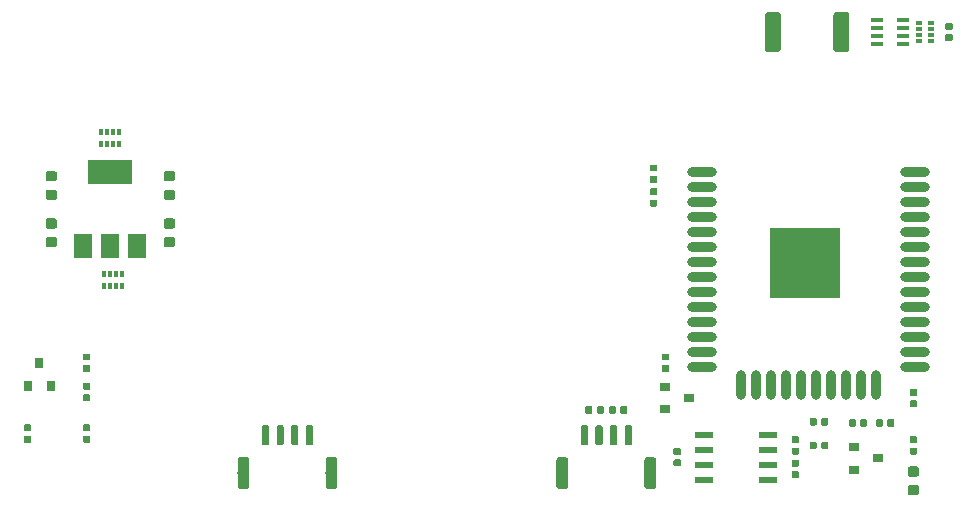
<source format=gbr>
G04 #@! TF.GenerationSoftware,KiCad,Pcbnew,(5.1.0)-1*
G04 #@! TF.CreationDate,2019-07-24T04:12:41+08:00*
G04 #@! TF.ProjectId,Power_Source,506f7765-725f-4536-9f75-7263652e6b69,rev?*
G04 #@! TF.SameCoordinates,Original*
G04 #@! TF.FileFunction,Paste,Top*
G04 #@! TF.FilePolarity,Positive*
%FSLAX46Y46*%
G04 Gerber Fmt 4.6, Leading zero omitted, Abs format (unit mm)*
G04 Created by KiCad (PCBNEW (5.1.0)-1) date 2019-07-24 04:12:41*
%MOMM*%
%LPD*%
G04 APERTURE LIST*
%ADD10R,0.320000X0.500000*%
%ADD11R,1.550000X0.600000*%
%ADD12C,0.100000*%
%ADD13C,0.590000*%
%ADD14R,0.900000X0.800000*%
%ADD15C,0.600000*%
%ADD16C,1.000000*%
%ADD17R,1.060000X0.400000*%
%ADD18R,0.500000X0.320000*%
%ADD19C,1.350000*%
%ADD20R,1.500000X2.000000*%
%ADD21R,3.800000X2.000000*%
%ADD22R,0.800000X0.900000*%
%ADD23R,6.000000X6.000000*%
%ADD24O,2.500000X0.900000*%
%ADD25O,0.900000X2.500000*%
%ADD26C,0.875000*%
G04 APERTURE END LIST*
D10*
X121680000Y-104960000D03*
X121180000Y-104960000D03*
X120180000Y-104960000D03*
X120680000Y-104960000D03*
X121680000Y-105960000D03*
X120680000Y-105960000D03*
X121180000Y-105960000D03*
X120180000Y-105960000D03*
X119930000Y-93960000D03*
X120430000Y-93960000D03*
X121430000Y-93960000D03*
X120930000Y-93960000D03*
X119930000Y-92960000D03*
X120930000Y-92960000D03*
X120430000Y-92960000D03*
X121430000Y-92960000D03*
D11*
X170980000Y-122365000D03*
X170980000Y-121095000D03*
X170980000Y-119825000D03*
X170980000Y-118555000D03*
X176380000Y-118555000D03*
X176380000Y-119825000D03*
X176380000Y-121095000D03*
X176380000Y-122365000D03*
D12*
G36*
X164326958Y-116140710D02*
G01*
X164341276Y-116142834D01*
X164355317Y-116146351D01*
X164368946Y-116151228D01*
X164382031Y-116157417D01*
X164394447Y-116164858D01*
X164406073Y-116173481D01*
X164416798Y-116183202D01*
X164426519Y-116193927D01*
X164435142Y-116205553D01*
X164442583Y-116217969D01*
X164448772Y-116231054D01*
X164453649Y-116244683D01*
X164457166Y-116258724D01*
X164459290Y-116273042D01*
X164460000Y-116287500D01*
X164460000Y-116632500D01*
X164459290Y-116646958D01*
X164457166Y-116661276D01*
X164453649Y-116675317D01*
X164448772Y-116688946D01*
X164442583Y-116702031D01*
X164435142Y-116714447D01*
X164426519Y-116726073D01*
X164416798Y-116736798D01*
X164406073Y-116746519D01*
X164394447Y-116755142D01*
X164382031Y-116762583D01*
X164368946Y-116768772D01*
X164355317Y-116773649D01*
X164341276Y-116777166D01*
X164326958Y-116779290D01*
X164312500Y-116780000D01*
X164017500Y-116780000D01*
X164003042Y-116779290D01*
X163988724Y-116777166D01*
X163974683Y-116773649D01*
X163961054Y-116768772D01*
X163947969Y-116762583D01*
X163935553Y-116755142D01*
X163923927Y-116746519D01*
X163913202Y-116736798D01*
X163903481Y-116726073D01*
X163894858Y-116714447D01*
X163887417Y-116702031D01*
X163881228Y-116688946D01*
X163876351Y-116675317D01*
X163872834Y-116661276D01*
X163870710Y-116646958D01*
X163870000Y-116632500D01*
X163870000Y-116287500D01*
X163870710Y-116273042D01*
X163872834Y-116258724D01*
X163876351Y-116244683D01*
X163881228Y-116231054D01*
X163887417Y-116217969D01*
X163894858Y-116205553D01*
X163903481Y-116193927D01*
X163913202Y-116183202D01*
X163923927Y-116173481D01*
X163935553Y-116164858D01*
X163947969Y-116157417D01*
X163961054Y-116151228D01*
X163974683Y-116146351D01*
X163988724Y-116142834D01*
X164003042Y-116140710D01*
X164017500Y-116140000D01*
X164312500Y-116140000D01*
X164326958Y-116140710D01*
X164326958Y-116140710D01*
G37*
D13*
X164165000Y-116460000D03*
D12*
G36*
X163356958Y-116140710D02*
G01*
X163371276Y-116142834D01*
X163385317Y-116146351D01*
X163398946Y-116151228D01*
X163412031Y-116157417D01*
X163424447Y-116164858D01*
X163436073Y-116173481D01*
X163446798Y-116183202D01*
X163456519Y-116193927D01*
X163465142Y-116205553D01*
X163472583Y-116217969D01*
X163478772Y-116231054D01*
X163483649Y-116244683D01*
X163487166Y-116258724D01*
X163489290Y-116273042D01*
X163490000Y-116287500D01*
X163490000Y-116632500D01*
X163489290Y-116646958D01*
X163487166Y-116661276D01*
X163483649Y-116675317D01*
X163478772Y-116688946D01*
X163472583Y-116702031D01*
X163465142Y-116714447D01*
X163456519Y-116726073D01*
X163446798Y-116736798D01*
X163436073Y-116746519D01*
X163424447Y-116755142D01*
X163412031Y-116762583D01*
X163398946Y-116768772D01*
X163385317Y-116773649D01*
X163371276Y-116777166D01*
X163356958Y-116779290D01*
X163342500Y-116780000D01*
X163047500Y-116780000D01*
X163033042Y-116779290D01*
X163018724Y-116777166D01*
X163004683Y-116773649D01*
X162991054Y-116768772D01*
X162977969Y-116762583D01*
X162965553Y-116755142D01*
X162953927Y-116746519D01*
X162943202Y-116736798D01*
X162933481Y-116726073D01*
X162924858Y-116714447D01*
X162917417Y-116702031D01*
X162911228Y-116688946D01*
X162906351Y-116675317D01*
X162902834Y-116661276D01*
X162900710Y-116646958D01*
X162900000Y-116632500D01*
X162900000Y-116287500D01*
X162900710Y-116273042D01*
X162902834Y-116258724D01*
X162906351Y-116244683D01*
X162911228Y-116231054D01*
X162917417Y-116217969D01*
X162924858Y-116205553D01*
X162933481Y-116193927D01*
X162943202Y-116183202D01*
X162953927Y-116173481D01*
X162965553Y-116164858D01*
X162977969Y-116157417D01*
X162991054Y-116151228D01*
X163004683Y-116146351D01*
X163018724Y-116142834D01*
X163033042Y-116140710D01*
X163047500Y-116140000D01*
X163342500Y-116140000D01*
X163356958Y-116140710D01*
X163356958Y-116140710D01*
G37*
D13*
X163195000Y-116460000D03*
D12*
G36*
X162326958Y-116140710D02*
G01*
X162341276Y-116142834D01*
X162355317Y-116146351D01*
X162368946Y-116151228D01*
X162382031Y-116157417D01*
X162394447Y-116164858D01*
X162406073Y-116173481D01*
X162416798Y-116183202D01*
X162426519Y-116193927D01*
X162435142Y-116205553D01*
X162442583Y-116217969D01*
X162448772Y-116231054D01*
X162453649Y-116244683D01*
X162457166Y-116258724D01*
X162459290Y-116273042D01*
X162460000Y-116287500D01*
X162460000Y-116632500D01*
X162459290Y-116646958D01*
X162457166Y-116661276D01*
X162453649Y-116675317D01*
X162448772Y-116688946D01*
X162442583Y-116702031D01*
X162435142Y-116714447D01*
X162426519Y-116726073D01*
X162416798Y-116736798D01*
X162406073Y-116746519D01*
X162394447Y-116755142D01*
X162382031Y-116762583D01*
X162368946Y-116768772D01*
X162355317Y-116773649D01*
X162341276Y-116777166D01*
X162326958Y-116779290D01*
X162312500Y-116780000D01*
X162017500Y-116780000D01*
X162003042Y-116779290D01*
X161988724Y-116777166D01*
X161974683Y-116773649D01*
X161961054Y-116768772D01*
X161947969Y-116762583D01*
X161935553Y-116755142D01*
X161923927Y-116746519D01*
X161913202Y-116736798D01*
X161903481Y-116726073D01*
X161894858Y-116714447D01*
X161887417Y-116702031D01*
X161881228Y-116688946D01*
X161876351Y-116675317D01*
X161872834Y-116661276D01*
X161870710Y-116646958D01*
X161870000Y-116632500D01*
X161870000Y-116287500D01*
X161870710Y-116273042D01*
X161872834Y-116258724D01*
X161876351Y-116244683D01*
X161881228Y-116231054D01*
X161887417Y-116217969D01*
X161894858Y-116205553D01*
X161903481Y-116193927D01*
X161913202Y-116183202D01*
X161923927Y-116173481D01*
X161935553Y-116164858D01*
X161947969Y-116157417D01*
X161961054Y-116151228D01*
X161974683Y-116146351D01*
X161988724Y-116142834D01*
X162003042Y-116140710D01*
X162017500Y-116140000D01*
X162312500Y-116140000D01*
X162326958Y-116140710D01*
X162326958Y-116140710D01*
G37*
D13*
X162165000Y-116460000D03*
D12*
G36*
X161356958Y-116140710D02*
G01*
X161371276Y-116142834D01*
X161385317Y-116146351D01*
X161398946Y-116151228D01*
X161412031Y-116157417D01*
X161424447Y-116164858D01*
X161436073Y-116173481D01*
X161446798Y-116183202D01*
X161456519Y-116193927D01*
X161465142Y-116205553D01*
X161472583Y-116217969D01*
X161478772Y-116231054D01*
X161483649Y-116244683D01*
X161487166Y-116258724D01*
X161489290Y-116273042D01*
X161490000Y-116287500D01*
X161490000Y-116632500D01*
X161489290Y-116646958D01*
X161487166Y-116661276D01*
X161483649Y-116675317D01*
X161478772Y-116688946D01*
X161472583Y-116702031D01*
X161465142Y-116714447D01*
X161456519Y-116726073D01*
X161446798Y-116736798D01*
X161436073Y-116746519D01*
X161424447Y-116755142D01*
X161412031Y-116762583D01*
X161398946Y-116768772D01*
X161385317Y-116773649D01*
X161371276Y-116777166D01*
X161356958Y-116779290D01*
X161342500Y-116780000D01*
X161047500Y-116780000D01*
X161033042Y-116779290D01*
X161018724Y-116777166D01*
X161004683Y-116773649D01*
X160991054Y-116768772D01*
X160977969Y-116762583D01*
X160965553Y-116755142D01*
X160953927Y-116746519D01*
X160943202Y-116736798D01*
X160933481Y-116726073D01*
X160924858Y-116714447D01*
X160917417Y-116702031D01*
X160911228Y-116688946D01*
X160906351Y-116675317D01*
X160902834Y-116661276D01*
X160900710Y-116646958D01*
X160900000Y-116632500D01*
X160900000Y-116287500D01*
X160900710Y-116273042D01*
X160902834Y-116258724D01*
X160906351Y-116244683D01*
X160911228Y-116231054D01*
X160917417Y-116217969D01*
X160924858Y-116205553D01*
X160933481Y-116193927D01*
X160943202Y-116183202D01*
X160953927Y-116173481D01*
X160965553Y-116164858D01*
X160977969Y-116157417D01*
X160991054Y-116151228D01*
X161004683Y-116146351D01*
X161018724Y-116142834D01*
X161033042Y-116140710D01*
X161047500Y-116140000D01*
X161342500Y-116140000D01*
X161356958Y-116140710D01*
X161356958Y-116140710D01*
G37*
D13*
X161195000Y-116460000D03*
D12*
G36*
X178866958Y-121650710D02*
G01*
X178881276Y-121652834D01*
X178895317Y-121656351D01*
X178908946Y-121661228D01*
X178922031Y-121667417D01*
X178934447Y-121674858D01*
X178946073Y-121683481D01*
X178956798Y-121693202D01*
X178966519Y-121703927D01*
X178975142Y-121715553D01*
X178982583Y-121727969D01*
X178988772Y-121741054D01*
X178993649Y-121754683D01*
X178997166Y-121768724D01*
X178999290Y-121783042D01*
X179000000Y-121797500D01*
X179000000Y-122092500D01*
X178999290Y-122106958D01*
X178997166Y-122121276D01*
X178993649Y-122135317D01*
X178988772Y-122148946D01*
X178982583Y-122162031D01*
X178975142Y-122174447D01*
X178966519Y-122186073D01*
X178956798Y-122196798D01*
X178946073Y-122206519D01*
X178934447Y-122215142D01*
X178922031Y-122222583D01*
X178908946Y-122228772D01*
X178895317Y-122233649D01*
X178881276Y-122237166D01*
X178866958Y-122239290D01*
X178852500Y-122240000D01*
X178507500Y-122240000D01*
X178493042Y-122239290D01*
X178478724Y-122237166D01*
X178464683Y-122233649D01*
X178451054Y-122228772D01*
X178437969Y-122222583D01*
X178425553Y-122215142D01*
X178413927Y-122206519D01*
X178403202Y-122196798D01*
X178393481Y-122186073D01*
X178384858Y-122174447D01*
X178377417Y-122162031D01*
X178371228Y-122148946D01*
X178366351Y-122135317D01*
X178362834Y-122121276D01*
X178360710Y-122106958D01*
X178360000Y-122092500D01*
X178360000Y-121797500D01*
X178360710Y-121783042D01*
X178362834Y-121768724D01*
X178366351Y-121754683D01*
X178371228Y-121741054D01*
X178377417Y-121727969D01*
X178384858Y-121715553D01*
X178393481Y-121703927D01*
X178403202Y-121693202D01*
X178413927Y-121683481D01*
X178425553Y-121674858D01*
X178437969Y-121667417D01*
X178451054Y-121661228D01*
X178464683Y-121656351D01*
X178478724Y-121652834D01*
X178493042Y-121650710D01*
X178507500Y-121650000D01*
X178852500Y-121650000D01*
X178866958Y-121650710D01*
X178866958Y-121650710D01*
G37*
D13*
X178680000Y-121945000D03*
D12*
G36*
X178866958Y-120680710D02*
G01*
X178881276Y-120682834D01*
X178895317Y-120686351D01*
X178908946Y-120691228D01*
X178922031Y-120697417D01*
X178934447Y-120704858D01*
X178946073Y-120713481D01*
X178956798Y-120723202D01*
X178966519Y-120733927D01*
X178975142Y-120745553D01*
X178982583Y-120757969D01*
X178988772Y-120771054D01*
X178993649Y-120784683D01*
X178997166Y-120798724D01*
X178999290Y-120813042D01*
X179000000Y-120827500D01*
X179000000Y-121122500D01*
X178999290Y-121136958D01*
X178997166Y-121151276D01*
X178993649Y-121165317D01*
X178988772Y-121178946D01*
X178982583Y-121192031D01*
X178975142Y-121204447D01*
X178966519Y-121216073D01*
X178956798Y-121226798D01*
X178946073Y-121236519D01*
X178934447Y-121245142D01*
X178922031Y-121252583D01*
X178908946Y-121258772D01*
X178895317Y-121263649D01*
X178881276Y-121267166D01*
X178866958Y-121269290D01*
X178852500Y-121270000D01*
X178507500Y-121270000D01*
X178493042Y-121269290D01*
X178478724Y-121267166D01*
X178464683Y-121263649D01*
X178451054Y-121258772D01*
X178437969Y-121252583D01*
X178425553Y-121245142D01*
X178413927Y-121236519D01*
X178403202Y-121226798D01*
X178393481Y-121216073D01*
X178384858Y-121204447D01*
X178377417Y-121192031D01*
X178371228Y-121178946D01*
X178366351Y-121165317D01*
X178362834Y-121151276D01*
X178360710Y-121136958D01*
X178360000Y-121122500D01*
X178360000Y-120827500D01*
X178360710Y-120813042D01*
X178362834Y-120798724D01*
X178366351Y-120784683D01*
X178371228Y-120771054D01*
X178377417Y-120757969D01*
X178384858Y-120745553D01*
X178393481Y-120733927D01*
X178403202Y-120723202D01*
X178413927Y-120713481D01*
X178425553Y-120704858D01*
X178437969Y-120697417D01*
X178451054Y-120691228D01*
X178464683Y-120686351D01*
X178478724Y-120682834D01*
X178493042Y-120680710D01*
X178507500Y-120680000D01*
X178852500Y-120680000D01*
X178866958Y-120680710D01*
X178866958Y-120680710D01*
G37*
D13*
X178680000Y-120975000D03*
D12*
G36*
X178866958Y-119650710D02*
G01*
X178881276Y-119652834D01*
X178895317Y-119656351D01*
X178908946Y-119661228D01*
X178922031Y-119667417D01*
X178934447Y-119674858D01*
X178946073Y-119683481D01*
X178956798Y-119693202D01*
X178966519Y-119703927D01*
X178975142Y-119715553D01*
X178982583Y-119727969D01*
X178988772Y-119741054D01*
X178993649Y-119754683D01*
X178997166Y-119768724D01*
X178999290Y-119783042D01*
X179000000Y-119797500D01*
X179000000Y-120092500D01*
X178999290Y-120106958D01*
X178997166Y-120121276D01*
X178993649Y-120135317D01*
X178988772Y-120148946D01*
X178982583Y-120162031D01*
X178975142Y-120174447D01*
X178966519Y-120186073D01*
X178956798Y-120196798D01*
X178946073Y-120206519D01*
X178934447Y-120215142D01*
X178922031Y-120222583D01*
X178908946Y-120228772D01*
X178895317Y-120233649D01*
X178881276Y-120237166D01*
X178866958Y-120239290D01*
X178852500Y-120240000D01*
X178507500Y-120240000D01*
X178493042Y-120239290D01*
X178478724Y-120237166D01*
X178464683Y-120233649D01*
X178451054Y-120228772D01*
X178437969Y-120222583D01*
X178425553Y-120215142D01*
X178413927Y-120206519D01*
X178403202Y-120196798D01*
X178393481Y-120186073D01*
X178384858Y-120174447D01*
X178377417Y-120162031D01*
X178371228Y-120148946D01*
X178366351Y-120135317D01*
X178362834Y-120121276D01*
X178360710Y-120106958D01*
X178360000Y-120092500D01*
X178360000Y-119797500D01*
X178360710Y-119783042D01*
X178362834Y-119768724D01*
X178366351Y-119754683D01*
X178371228Y-119741054D01*
X178377417Y-119727969D01*
X178384858Y-119715553D01*
X178393481Y-119703927D01*
X178403202Y-119693202D01*
X178413927Y-119683481D01*
X178425553Y-119674858D01*
X178437969Y-119667417D01*
X178451054Y-119661228D01*
X178464683Y-119656351D01*
X178478724Y-119652834D01*
X178493042Y-119650710D01*
X178507500Y-119650000D01*
X178852500Y-119650000D01*
X178866958Y-119650710D01*
X178866958Y-119650710D01*
G37*
D13*
X178680000Y-119945000D03*
D12*
G36*
X178866958Y-118680710D02*
G01*
X178881276Y-118682834D01*
X178895317Y-118686351D01*
X178908946Y-118691228D01*
X178922031Y-118697417D01*
X178934447Y-118704858D01*
X178946073Y-118713481D01*
X178956798Y-118723202D01*
X178966519Y-118733927D01*
X178975142Y-118745553D01*
X178982583Y-118757969D01*
X178988772Y-118771054D01*
X178993649Y-118784683D01*
X178997166Y-118798724D01*
X178999290Y-118813042D01*
X179000000Y-118827500D01*
X179000000Y-119122500D01*
X178999290Y-119136958D01*
X178997166Y-119151276D01*
X178993649Y-119165317D01*
X178988772Y-119178946D01*
X178982583Y-119192031D01*
X178975142Y-119204447D01*
X178966519Y-119216073D01*
X178956798Y-119226798D01*
X178946073Y-119236519D01*
X178934447Y-119245142D01*
X178922031Y-119252583D01*
X178908946Y-119258772D01*
X178895317Y-119263649D01*
X178881276Y-119267166D01*
X178866958Y-119269290D01*
X178852500Y-119270000D01*
X178507500Y-119270000D01*
X178493042Y-119269290D01*
X178478724Y-119267166D01*
X178464683Y-119263649D01*
X178451054Y-119258772D01*
X178437969Y-119252583D01*
X178425553Y-119245142D01*
X178413927Y-119236519D01*
X178403202Y-119226798D01*
X178393481Y-119216073D01*
X178384858Y-119204447D01*
X178377417Y-119192031D01*
X178371228Y-119178946D01*
X178366351Y-119165317D01*
X178362834Y-119151276D01*
X178360710Y-119136958D01*
X178360000Y-119122500D01*
X178360000Y-118827500D01*
X178360710Y-118813042D01*
X178362834Y-118798724D01*
X178366351Y-118784683D01*
X178371228Y-118771054D01*
X178377417Y-118757969D01*
X178384858Y-118745553D01*
X178393481Y-118733927D01*
X178403202Y-118723202D01*
X178413927Y-118713481D01*
X178425553Y-118704858D01*
X178437969Y-118697417D01*
X178451054Y-118691228D01*
X178464683Y-118686351D01*
X178478724Y-118682834D01*
X178493042Y-118680710D01*
X178507500Y-118680000D01*
X178852500Y-118680000D01*
X178866958Y-118680710D01*
X178866958Y-118680710D01*
G37*
D13*
X178680000Y-118975000D03*
D12*
G36*
X167866958Y-111680710D02*
G01*
X167881276Y-111682834D01*
X167895317Y-111686351D01*
X167908946Y-111691228D01*
X167922031Y-111697417D01*
X167934447Y-111704858D01*
X167946073Y-111713481D01*
X167956798Y-111723202D01*
X167966519Y-111733927D01*
X167975142Y-111745553D01*
X167982583Y-111757969D01*
X167988772Y-111771054D01*
X167993649Y-111784683D01*
X167997166Y-111798724D01*
X167999290Y-111813042D01*
X168000000Y-111827500D01*
X168000000Y-112122500D01*
X167999290Y-112136958D01*
X167997166Y-112151276D01*
X167993649Y-112165317D01*
X167988772Y-112178946D01*
X167982583Y-112192031D01*
X167975142Y-112204447D01*
X167966519Y-112216073D01*
X167956798Y-112226798D01*
X167946073Y-112236519D01*
X167934447Y-112245142D01*
X167922031Y-112252583D01*
X167908946Y-112258772D01*
X167895317Y-112263649D01*
X167881276Y-112267166D01*
X167866958Y-112269290D01*
X167852500Y-112270000D01*
X167507500Y-112270000D01*
X167493042Y-112269290D01*
X167478724Y-112267166D01*
X167464683Y-112263649D01*
X167451054Y-112258772D01*
X167437969Y-112252583D01*
X167425553Y-112245142D01*
X167413927Y-112236519D01*
X167403202Y-112226798D01*
X167393481Y-112216073D01*
X167384858Y-112204447D01*
X167377417Y-112192031D01*
X167371228Y-112178946D01*
X167366351Y-112165317D01*
X167362834Y-112151276D01*
X167360710Y-112136958D01*
X167360000Y-112122500D01*
X167360000Y-111827500D01*
X167360710Y-111813042D01*
X167362834Y-111798724D01*
X167366351Y-111784683D01*
X167371228Y-111771054D01*
X167377417Y-111757969D01*
X167384858Y-111745553D01*
X167393481Y-111733927D01*
X167403202Y-111723202D01*
X167413927Y-111713481D01*
X167425553Y-111704858D01*
X167437969Y-111697417D01*
X167451054Y-111691228D01*
X167464683Y-111686351D01*
X167478724Y-111682834D01*
X167493042Y-111680710D01*
X167507500Y-111680000D01*
X167852500Y-111680000D01*
X167866958Y-111680710D01*
X167866958Y-111680710D01*
G37*
D13*
X167680000Y-111975000D03*
D12*
G36*
X167866958Y-112650710D02*
G01*
X167881276Y-112652834D01*
X167895317Y-112656351D01*
X167908946Y-112661228D01*
X167922031Y-112667417D01*
X167934447Y-112674858D01*
X167946073Y-112683481D01*
X167956798Y-112693202D01*
X167966519Y-112703927D01*
X167975142Y-112715553D01*
X167982583Y-112727969D01*
X167988772Y-112741054D01*
X167993649Y-112754683D01*
X167997166Y-112768724D01*
X167999290Y-112783042D01*
X168000000Y-112797500D01*
X168000000Y-113092500D01*
X167999290Y-113106958D01*
X167997166Y-113121276D01*
X167993649Y-113135317D01*
X167988772Y-113148946D01*
X167982583Y-113162031D01*
X167975142Y-113174447D01*
X167966519Y-113186073D01*
X167956798Y-113196798D01*
X167946073Y-113206519D01*
X167934447Y-113215142D01*
X167922031Y-113222583D01*
X167908946Y-113228772D01*
X167895317Y-113233649D01*
X167881276Y-113237166D01*
X167866958Y-113239290D01*
X167852500Y-113240000D01*
X167507500Y-113240000D01*
X167493042Y-113239290D01*
X167478724Y-113237166D01*
X167464683Y-113233649D01*
X167451054Y-113228772D01*
X167437969Y-113222583D01*
X167425553Y-113215142D01*
X167413927Y-113206519D01*
X167403202Y-113196798D01*
X167393481Y-113186073D01*
X167384858Y-113174447D01*
X167377417Y-113162031D01*
X167371228Y-113148946D01*
X167366351Y-113135317D01*
X167362834Y-113121276D01*
X167360710Y-113106958D01*
X167360000Y-113092500D01*
X167360000Y-112797500D01*
X167360710Y-112783042D01*
X167362834Y-112768724D01*
X167366351Y-112754683D01*
X167371228Y-112741054D01*
X167377417Y-112727969D01*
X167384858Y-112715553D01*
X167393481Y-112703927D01*
X167403202Y-112693202D01*
X167413927Y-112683481D01*
X167425553Y-112674858D01*
X167437969Y-112667417D01*
X167451054Y-112661228D01*
X167464683Y-112656351D01*
X167478724Y-112652834D01*
X167493042Y-112650710D01*
X167507500Y-112650000D01*
X167852500Y-112650000D01*
X167866958Y-112650710D01*
X167866958Y-112650710D01*
G37*
D13*
X167680000Y-112945000D03*
D14*
X169680000Y-115460000D03*
X167680000Y-116410000D03*
X167680000Y-114510000D03*
D12*
G36*
X160969703Y-117760722D02*
G01*
X160984264Y-117762882D01*
X160998543Y-117766459D01*
X161012403Y-117771418D01*
X161025710Y-117777712D01*
X161038336Y-117785280D01*
X161050159Y-117794048D01*
X161061066Y-117803934D01*
X161070952Y-117814841D01*
X161079720Y-117826664D01*
X161087288Y-117839290D01*
X161093582Y-117852597D01*
X161098541Y-117866457D01*
X161102118Y-117880736D01*
X161104278Y-117895297D01*
X161105000Y-117910000D01*
X161105000Y-119310000D01*
X161104278Y-119324703D01*
X161102118Y-119339264D01*
X161098541Y-119353543D01*
X161093582Y-119367403D01*
X161087288Y-119380710D01*
X161079720Y-119393336D01*
X161070952Y-119405159D01*
X161061066Y-119416066D01*
X161050159Y-119425952D01*
X161038336Y-119434720D01*
X161025710Y-119442288D01*
X161012403Y-119448582D01*
X160998543Y-119453541D01*
X160984264Y-119457118D01*
X160969703Y-119459278D01*
X160955000Y-119460000D01*
X160655000Y-119460000D01*
X160640297Y-119459278D01*
X160625736Y-119457118D01*
X160611457Y-119453541D01*
X160597597Y-119448582D01*
X160584290Y-119442288D01*
X160571664Y-119434720D01*
X160559841Y-119425952D01*
X160548934Y-119416066D01*
X160539048Y-119405159D01*
X160530280Y-119393336D01*
X160522712Y-119380710D01*
X160516418Y-119367403D01*
X160511459Y-119353543D01*
X160507882Y-119339264D01*
X160505722Y-119324703D01*
X160505000Y-119310000D01*
X160505000Y-117910000D01*
X160505722Y-117895297D01*
X160507882Y-117880736D01*
X160511459Y-117866457D01*
X160516418Y-117852597D01*
X160522712Y-117839290D01*
X160530280Y-117826664D01*
X160539048Y-117814841D01*
X160548934Y-117803934D01*
X160559841Y-117794048D01*
X160571664Y-117785280D01*
X160584290Y-117777712D01*
X160597597Y-117771418D01*
X160611457Y-117766459D01*
X160625736Y-117762882D01*
X160640297Y-117760722D01*
X160655000Y-117760000D01*
X160955000Y-117760000D01*
X160969703Y-117760722D01*
X160969703Y-117760722D01*
G37*
D15*
X160805000Y-118610000D03*
D12*
G36*
X162219703Y-117760722D02*
G01*
X162234264Y-117762882D01*
X162248543Y-117766459D01*
X162262403Y-117771418D01*
X162275710Y-117777712D01*
X162288336Y-117785280D01*
X162300159Y-117794048D01*
X162311066Y-117803934D01*
X162320952Y-117814841D01*
X162329720Y-117826664D01*
X162337288Y-117839290D01*
X162343582Y-117852597D01*
X162348541Y-117866457D01*
X162352118Y-117880736D01*
X162354278Y-117895297D01*
X162355000Y-117910000D01*
X162355000Y-119310000D01*
X162354278Y-119324703D01*
X162352118Y-119339264D01*
X162348541Y-119353543D01*
X162343582Y-119367403D01*
X162337288Y-119380710D01*
X162329720Y-119393336D01*
X162320952Y-119405159D01*
X162311066Y-119416066D01*
X162300159Y-119425952D01*
X162288336Y-119434720D01*
X162275710Y-119442288D01*
X162262403Y-119448582D01*
X162248543Y-119453541D01*
X162234264Y-119457118D01*
X162219703Y-119459278D01*
X162205000Y-119460000D01*
X161905000Y-119460000D01*
X161890297Y-119459278D01*
X161875736Y-119457118D01*
X161861457Y-119453541D01*
X161847597Y-119448582D01*
X161834290Y-119442288D01*
X161821664Y-119434720D01*
X161809841Y-119425952D01*
X161798934Y-119416066D01*
X161789048Y-119405159D01*
X161780280Y-119393336D01*
X161772712Y-119380710D01*
X161766418Y-119367403D01*
X161761459Y-119353543D01*
X161757882Y-119339264D01*
X161755722Y-119324703D01*
X161755000Y-119310000D01*
X161755000Y-117910000D01*
X161755722Y-117895297D01*
X161757882Y-117880736D01*
X161761459Y-117866457D01*
X161766418Y-117852597D01*
X161772712Y-117839290D01*
X161780280Y-117826664D01*
X161789048Y-117814841D01*
X161798934Y-117803934D01*
X161809841Y-117794048D01*
X161821664Y-117785280D01*
X161834290Y-117777712D01*
X161847597Y-117771418D01*
X161861457Y-117766459D01*
X161875736Y-117762882D01*
X161890297Y-117760722D01*
X161905000Y-117760000D01*
X162205000Y-117760000D01*
X162219703Y-117760722D01*
X162219703Y-117760722D01*
G37*
D15*
X162055000Y-118610000D03*
D12*
G36*
X163469703Y-117760722D02*
G01*
X163484264Y-117762882D01*
X163498543Y-117766459D01*
X163512403Y-117771418D01*
X163525710Y-117777712D01*
X163538336Y-117785280D01*
X163550159Y-117794048D01*
X163561066Y-117803934D01*
X163570952Y-117814841D01*
X163579720Y-117826664D01*
X163587288Y-117839290D01*
X163593582Y-117852597D01*
X163598541Y-117866457D01*
X163602118Y-117880736D01*
X163604278Y-117895297D01*
X163605000Y-117910000D01*
X163605000Y-119310000D01*
X163604278Y-119324703D01*
X163602118Y-119339264D01*
X163598541Y-119353543D01*
X163593582Y-119367403D01*
X163587288Y-119380710D01*
X163579720Y-119393336D01*
X163570952Y-119405159D01*
X163561066Y-119416066D01*
X163550159Y-119425952D01*
X163538336Y-119434720D01*
X163525710Y-119442288D01*
X163512403Y-119448582D01*
X163498543Y-119453541D01*
X163484264Y-119457118D01*
X163469703Y-119459278D01*
X163455000Y-119460000D01*
X163155000Y-119460000D01*
X163140297Y-119459278D01*
X163125736Y-119457118D01*
X163111457Y-119453541D01*
X163097597Y-119448582D01*
X163084290Y-119442288D01*
X163071664Y-119434720D01*
X163059841Y-119425952D01*
X163048934Y-119416066D01*
X163039048Y-119405159D01*
X163030280Y-119393336D01*
X163022712Y-119380710D01*
X163016418Y-119367403D01*
X163011459Y-119353543D01*
X163007882Y-119339264D01*
X163005722Y-119324703D01*
X163005000Y-119310000D01*
X163005000Y-117910000D01*
X163005722Y-117895297D01*
X163007882Y-117880736D01*
X163011459Y-117866457D01*
X163016418Y-117852597D01*
X163022712Y-117839290D01*
X163030280Y-117826664D01*
X163039048Y-117814841D01*
X163048934Y-117803934D01*
X163059841Y-117794048D01*
X163071664Y-117785280D01*
X163084290Y-117777712D01*
X163097597Y-117771418D01*
X163111457Y-117766459D01*
X163125736Y-117762882D01*
X163140297Y-117760722D01*
X163155000Y-117760000D01*
X163455000Y-117760000D01*
X163469703Y-117760722D01*
X163469703Y-117760722D01*
G37*
D15*
X163305000Y-118610000D03*
D12*
G36*
X164719703Y-117760722D02*
G01*
X164734264Y-117762882D01*
X164748543Y-117766459D01*
X164762403Y-117771418D01*
X164775710Y-117777712D01*
X164788336Y-117785280D01*
X164800159Y-117794048D01*
X164811066Y-117803934D01*
X164820952Y-117814841D01*
X164829720Y-117826664D01*
X164837288Y-117839290D01*
X164843582Y-117852597D01*
X164848541Y-117866457D01*
X164852118Y-117880736D01*
X164854278Y-117895297D01*
X164855000Y-117910000D01*
X164855000Y-119310000D01*
X164854278Y-119324703D01*
X164852118Y-119339264D01*
X164848541Y-119353543D01*
X164843582Y-119367403D01*
X164837288Y-119380710D01*
X164829720Y-119393336D01*
X164820952Y-119405159D01*
X164811066Y-119416066D01*
X164800159Y-119425952D01*
X164788336Y-119434720D01*
X164775710Y-119442288D01*
X164762403Y-119448582D01*
X164748543Y-119453541D01*
X164734264Y-119457118D01*
X164719703Y-119459278D01*
X164705000Y-119460000D01*
X164405000Y-119460000D01*
X164390297Y-119459278D01*
X164375736Y-119457118D01*
X164361457Y-119453541D01*
X164347597Y-119448582D01*
X164334290Y-119442288D01*
X164321664Y-119434720D01*
X164309841Y-119425952D01*
X164298934Y-119416066D01*
X164289048Y-119405159D01*
X164280280Y-119393336D01*
X164272712Y-119380710D01*
X164266418Y-119367403D01*
X164261459Y-119353543D01*
X164257882Y-119339264D01*
X164255722Y-119324703D01*
X164255000Y-119310000D01*
X164255000Y-117910000D01*
X164255722Y-117895297D01*
X164257882Y-117880736D01*
X164261459Y-117866457D01*
X164266418Y-117852597D01*
X164272712Y-117839290D01*
X164280280Y-117826664D01*
X164289048Y-117814841D01*
X164298934Y-117803934D01*
X164309841Y-117794048D01*
X164321664Y-117785280D01*
X164334290Y-117777712D01*
X164347597Y-117771418D01*
X164361457Y-117766459D01*
X164375736Y-117762882D01*
X164390297Y-117760722D01*
X164405000Y-117760000D01*
X164705000Y-117760000D01*
X164719703Y-117760722D01*
X164719703Y-117760722D01*
G37*
D15*
X164555000Y-118610000D03*
D12*
G36*
X159229504Y-120461204D02*
G01*
X159253773Y-120464804D01*
X159277571Y-120470765D01*
X159300671Y-120479030D01*
X159322849Y-120489520D01*
X159343893Y-120502133D01*
X159363598Y-120516747D01*
X159381777Y-120533223D01*
X159398253Y-120551402D01*
X159412867Y-120571107D01*
X159425480Y-120592151D01*
X159435970Y-120614329D01*
X159444235Y-120637429D01*
X159450196Y-120661227D01*
X159453796Y-120685496D01*
X159455000Y-120710000D01*
X159455000Y-122910000D01*
X159453796Y-122934504D01*
X159450196Y-122958773D01*
X159444235Y-122982571D01*
X159435970Y-123005671D01*
X159425480Y-123027849D01*
X159412867Y-123048893D01*
X159398253Y-123068598D01*
X159381777Y-123086777D01*
X159363598Y-123103253D01*
X159343893Y-123117867D01*
X159322849Y-123130480D01*
X159300671Y-123140970D01*
X159277571Y-123149235D01*
X159253773Y-123155196D01*
X159229504Y-123158796D01*
X159205000Y-123160000D01*
X158705000Y-123160000D01*
X158680496Y-123158796D01*
X158656227Y-123155196D01*
X158632429Y-123149235D01*
X158609329Y-123140970D01*
X158587151Y-123130480D01*
X158566107Y-123117867D01*
X158546402Y-123103253D01*
X158528223Y-123086777D01*
X158511747Y-123068598D01*
X158497133Y-123048893D01*
X158484520Y-123027849D01*
X158474030Y-123005671D01*
X158465765Y-122982571D01*
X158459804Y-122958773D01*
X158456204Y-122934504D01*
X158455000Y-122910000D01*
X158455000Y-120710000D01*
X158456204Y-120685496D01*
X158459804Y-120661227D01*
X158465765Y-120637429D01*
X158474030Y-120614329D01*
X158484520Y-120592151D01*
X158497133Y-120571107D01*
X158511747Y-120551402D01*
X158528223Y-120533223D01*
X158546402Y-120516747D01*
X158566107Y-120502133D01*
X158587151Y-120489520D01*
X158609329Y-120479030D01*
X158632429Y-120470765D01*
X158656227Y-120464804D01*
X158680496Y-120461204D01*
X158705000Y-120460000D01*
X159205000Y-120460000D01*
X159229504Y-120461204D01*
X159229504Y-120461204D01*
G37*
D16*
X158955000Y-121810000D03*
D12*
G36*
X166679504Y-120461204D02*
G01*
X166703773Y-120464804D01*
X166727571Y-120470765D01*
X166750671Y-120479030D01*
X166772849Y-120489520D01*
X166793893Y-120502133D01*
X166813598Y-120516747D01*
X166831777Y-120533223D01*
X166848253Y-120551402D01*
X166862867Y-120571107D01*
X166875480Y-120592151D01*
X166885970Y-120614329D01*
X166894235Y-120637429D01*
X166900196Y-120661227D01*
X166903796Y-120685496D01*
X166905000Y-120710000D01*
X166905000Y-122910000D01*
X166903796Y-122934504D01*
X166900196Y-122958773D01*
X166894235Y-122982571D01*
X166885970Y-123005671D01*
X166875480Y-123027849D01*
X166862867Y-123048893D01*
X166848253Y-123068598D01*
X166831777Y-123086777D01*
X166813598Y-123103253D01*
X166793893Y-123117867D01*
X166772849Y-123130480D01*
X166750671Y-123140970D01*
X166727571Y-123149235D01*
X166703773Y-123155196D01*
X166679504Y-123158796D01*
X166655000Y-123160000D01*
X166155000Y-123160000D01*
X166130496Y-123158796D01*
X166106227Y-123155196D01*
X166082429Y-123149235D01*
X166059329Y-123140970D01*
X166037151Y-123130480D01*
X166016107Y-123117867D01*
X165996402Y-123103253D01*
X165978223Y-123086777D01*
X165961747Y-123068598D01*
X165947133Y-123048893D01*
X165934520Y-123027849D01*
X165924030Y-123005671D01*
X165915765Y-122982571D01*
X165909804Y-122958773D01*
X165906204Y-122934504D01*
X165905000Y-122910000D01*
X165905000Y-120710000D01*
X165906204Y-120685496D01*
X165909804Y-120661227D01*
X165915765Y-120637429D01*
X165924030Y-120614329D01*
X165934520Y-120592151D01*
X165947133Y-120571107D01*
X165961747Y-120551402D01*
X165978223Y-120533223D01*
X165996402Y-120516747D01*
X166016107Y-120502133D01*
X166037151Y-120489520D01*
X166059329Y-120479030D01*
X166082429Y-120470765D01*
X166106227Y-120464804D01*
X166130496Y-120461204D01*
X166155000Y-120460000D01*
X166655000Y-120460000D01*
X166679504Y-120461204D01*
X166679504Y-120461204D01*
G37*
D16*
X166405000Y-121810000D03*
D12*
G36*
X168866958Y-120650710D02*
G01*
X168881276Y-120652834D01*
X168895317Y-120656351D01*
X168908946Y-120661228D01*
X168922031Y-120667417D01*
X168934447Y-120674858D01*
X168946073Y-120683481D01*
X168956798Y-120693202D01*
X168966519Y-120703927D01*
X168975142Y-120715553D01*
X168982583Y-120727969D01*
X168988772Y-120741054D01*
X168993649Y-120754683D01*
X168997166Y-120768724D01*
X168999290Y-120783042D01*
X169000000Y-120797500D01*
X169000000Y-121092500D01*
X168999290Y-121106958D01*
X168997166Y-121121276D01*
X168993649Y-121135317D01*
X168988772Y-121148946D01*
X168982583Y-121162031D01*
X168975142Y-121174447D01*
X168966519Y-121186073D01*
X168956798Y-121196798D01*
X168946073Y-121206519D01*
X168934447Y-121215142D01*
X168922031Y-121222583D01*
X168908946Y-121228772D01*
X168895317Y-121233649D01*
X168881276Y-121237166D01*
X168866958Y-121239290D01*
X168852500Y-121240000D01*
X168507500Y-121240000D01*
X168493042Y-121239290D01*
X168478724Y-121237166D01*
X168464683Y-121233649D01*
X168451054Y-121228772D01*
X168437969Y-121222583D01*
X168425553Y-121215142D01*
X168413927Y-121206519D01*
X168403202Y-121196798D01*
X168393481Y-121186073D01*
X168384858Y-121174447D01*
X168377417Y-121162031D01*
X168371228Y-121148946D01*
X168366351Y-121135317D01*
X168362834Y-121121276D01*
X168360710Y-121106958D01*
X168360000Y-121092500D01*
X168360000Y-120797500D01*
X168360710Y-120783042D01*
X168362834Y-120768724D01*
X168366351Y-120754683D01*
X168371228Y-120741054D01*
X168377417Y-120727969D01*
X168384858Y-120715553D01*
X168393481Y-120703927D01*
X168403202Y-120693202D01*
X168413927Y-120683481D01*
X168425553Y-120674858D01*
X168437969Y-120667417D01*
X168451054Y-120661228D01*
X168464683Y-120656351D01*
X168478724Y-120652834D01*
X168493042Y-120650710D01*
X168507500Y-120650000D01*
X168852500Y-120650000D01*
X168866958Y-120650710D01*
X168866958Y-120650710D01*
G37*
D13*
X168680000Y-120945000D03*
D12*
G36*
X168866958Y-119680710D02*
G01*
X168881276Y-119682834D01*
X168895317Y-119686351D01*
X168908946Y-119691228D01*
X168922031Y-119697417D01*
X168934447Y-119704858D01*
X168946073Y-119713481D01*
X168956798Y-119723202D01*
X168966519Y-119733927D01*
X168975142Y-119745553D01*
X168982583Y-119757969D01*
X168988772Y-119771054D01*
X168993649Y-119784683D01*
X168997166Y-119798724D01*
X168999290Y-119813042D01*
X169000000Y-119827500D01*
X169000000Y-120122500D01*
X168999290Y-120136958D01*
X168997166Y-120151276D01*
X168993649Y-120165317D01*
X168988772Y-120178946D01*
X168982583Y-120192031D01*
X168975142Y-120204447D01*
X168966519Y-120216073D01*
X168956798Y-120226798D01*
X168946073Y-120236519D01*
X168934447Y-120245142D01*
X168922031Y-120252583D01*
X168908946Y-120258772D01*
X168895317Y-120263649D01*
X168881276Y-120267166D01*
X168866958Y-120269290D01*
X168852500Y-120270000D01*
X168507500Y-120270000D01*
X168493042Y-120269290D01*
X168478724Y-120267166D01*
X168464683Y-120263649D01*
X168451054Y-120258772D01*
X168437969Y-120252583D01*
X168425553Y-120245142D01*
X168413927Y-120236519D01*
X168403202Y-120226798D01*
X168393481Y-120216073D01*
X168384858Y-120204447D01*
X168377417Y-120192031D01*
X168371228Y-120178946D01*
X168366351Y-120165317D01*
X168362834Y-120151276D01*
X168360710Y-120136958D01*
X168360000Y-120122500D01*
X168360000Y-119827500D01*
X168360710Y-119813042D01*
X168362834Y-119798724D01*
X168366351Y-119784683D01*
X168371228Y-119771054D01*
X168377417Y-119757969D01*
X168384858Y-119745553D01*
X168393481Y-119733927D01*
X168403202Y-119723202D01*
X168413927Y-119713481D01*
X168425553Y-119704858D01*
X168437969Y-119697417D01*
X168451054Y-119691228D01*
X168464683Y-119686351D01*
X168478724Y-119682834D01*
X168493042Y-119680710D01*
X168507500Y-119680000D01*
X168852500Y-119680000D01*
X168866958Y-119680710D01*
X168866958Y-119680710D01*
G37*
D13*
X168680000Y-119975000D03*
D12*
G36*
X133969703Y-117760722D02*
G01*
X133984264Y-117762882D01*
X133998543Y-117766459D01*
X134012403Y-117771418D01*
X134025710Y-117777712D01*
X134038336Y-117785280D01*
X134050159Y-117794048D01*
X134061066Y-117803934D01*
X134070952Y-117814841D01*
X134079720Y-117826664D01*
X134087288Y-117839290D01*
X134093582Y-117852597D01*
X134098541Y-117866457D01*
X134102118Y-117880736D01*
X134104278Y-117895297D01*
X134105000Y-117910000D01*
X134105000Y-119310000D01*
X134104278Y-119324703D01*
X134102118Y-119339264D01*
X134098541Y-119353543D01*
X134093582Y-119367403D01*
X134087288Y-119380710D01*
X134079720Y-119393336D01*
X134070952Y-119405159D01*
X134061066Y-119416066D01*
X134050159Y-119425952D01*
X134038336Y-119434720D01*
X134025710Y-119442288D01*
X134012403Y-119448582D01*
X133998543Y-119453541D01*
X133984264Y-119457118D01*
X133969703Y-119459278D01*
X133955000Y-119460000D01*
X133655000Y-119460000D01*
X133640297Y-119459278D01*
X133625736Y-119457118D01*
X133611457Y-119453541D01*
X133597597Y-119448582D01*
X133584290Y-119442288D01*
X133571664Y-119434720D01*
X133559841Y-119425952D01*
X133548934Y-119416066D01*
X133539048Y-119405159D01*
X133530280Y-119393336D01*
X133522712Y-119380710D01*
X133516418Y-119367403D01*
X133511459Y-119353543D01*
X133507882Y-119339264D01*
X133505722Y-119324703D01*
X133505000Y-119310000D01*
X133505000Y-117910000D01*
X133505722Y-117895297D01*
X133507882Y-117880736D01*
X133511459Y-117866457D01*
X133516418Y-117852597D01*
X133522712Y-117839290D01*
X133530280Y-117826664D01*
X133539048Y-117814841D01*
X133548934Y-117803934D01*
X133559841Y-117794048D01*
X133571664Y-117785280D01*
X133584290Y-117777712D01*
X133597597Y-117771418D01*
X133611457Y-117766459D01*
X133625736Y-117762882D01*
X133640297Y-117760722D01*
X133655000Y-117760000D01*
X133955000Y-117760000D01*
X133969703Y-117760722D01*
X133969703Y-117760722D01*
G37*
D15*
X133805000Y-118610000D03*
D12*
G36*
X135219703Y-117760722D02*
G01*
X135234264Y-117762882D01*
X135248543Y-117766459D01*
X135262403Y-117771418D01*
X135275710Y-117777712D01*
X135288336Y-117785280D01*
X135300159Y-117794048D01*
X135311066Y-117803934D01*
X135320952Y-117814841D01*
X135329720Y-117826664D01*
X135337288Y-117839290D01*
X135343582Y-117852597D01*
X135348541Y-117866457D01*
X135352118Y-117880736D01*
X135354278Y-117895297D01*
X135355000Y-117910000D01*
X135355000Y-119310000D01*
X135354278Y-119324703D01*
X135352118Y-119339264D01*
X135348541Y-119353543D01*
X135343582Y-119367403D01*
X135337288Y-119380710D01*
X135329720Y-119393336D01*
X135320952Y-119405159D01*
X135311066Y-119416066D01*
X135300159Y-119425952D01*
X135288336Y-119434720D01*
X135275710Y-119442288D01*
X135262403Y-119448582D01*
X135248543Y-119453541D01*
X135234264Y-119457118D01*
X135219703Y-119459278D01*
X135205000Y-119460000D01*
X134905000Y-119460000D01*
X134890297Y-119459278D01*
X134875736Y-119457118D01*
X134861457Y-119453541D01*
X134847597Y-119448582D01*
X134834290Y-119442288D01*
X134821664Y-119434720D01*
X134809841Y-119425952D01*
X134798934Y-119416066D01*
X134789048Y-119405159D01*
X134780280Y-119393336D01*
X134772712Y-119380710D01*
X134766418Y-119367403D01*
X134761459Y-119353543D01*
X134757882Y-119339264D01*
X134755722Y-119324703D01*
X134755000Y-119310000D01*
X134755000Y-117910000D01*
X134755722Y-117895297D01*
X134757882Y-117880736D01*
X134761459Y-117866457D01*
X134766418Y-117852597D01*
X134772712Y-117839290D01*
X134780280Y-117826664D01*
X134789048Y-117814841D01*
X134798934Y-117803934D01*
X134809841Y-117794048D01*
X134821664Y-117785280D01*
X134834290Y-117777712D01*
X134847597Y-117771418D01*
X134861457Y-117766459D01*
X134875736Y-117762882D01*
X134890297Y-117760722D01*
X134905000Y-117760000D01*
X135205000Y-117760000D01*
X135219703Y-117760722D01*
X135219703Y-117760722D01*
G37*
D15*
X135055000Y-118610000D03*
D12*
G36*
X136469703Y-117760722D02*
G01*
X136484264Y-117762882D01*
X136498543Y-117766459D01*
X136512403Y-117771418D01*
X136525710Y-117777712D01*
X136538336Y-117785280D01*
X136550159Y-117794048D01*
X136561066Y-117803934D01*
X136570952Y-117814841D01*
X136579720Y-117826664D01*
X136587288Y-117839290D01*
X136593582Y-117852597D01*
X136598541Y-117866457D01*
X136602118Y-117880736D01*
X136604278Y-117895297D01*
X136605000Y-117910000D01*
X136605000Y-119310000D01*
X136604278Y-119324703D01*
X136602118Y-119339264D01*
X136598541Y-119353543D01*
X136593582Y-119367403D01*
X136587288Y-119380710D01*
X136579720Y-119393336D01*
X136570952Y-119405159D01*
X136561066Y-119416066D01*
X136550159Y-119425952D01*
X136538336Y-119434720D01*
X136525710Y-119442288D01*
X136512403Y-119448582D01*
X136498543Y-119453541D01*
X136484264Y-119457118D01*
X136469703Y-119459278D01*
X136455000Y-119460000D01*
X136155000Y-119460000D01*
X136140297Y-119459278D01*
X136125736Y-119457118D01*
X136111457Y-119453541D01*
X136097597Y-119448582D01*
X136084290Y-119442288D01*
X136071664Y-119434720D01*
X136059841Y-119425952D01*
X136048934Y-119416066D01*
X136039048Y-119405159D01*
X136030280Y-119393336D01*
X136022712Y-119380710D01*
X136016418Y-119367403D01*
X136011459Y-119353543D01*
X136007882Y-119339264D01*
X136005722Y-119324703D01*
X136005000Y-119310000D01*
X136005000Y-117910000D01*
X136005722Y-117895297D01*
X136007882Y-117880736D01*
X136011459Y-117866457D01*
X136016418Y-117852597D01*
X136022712Y-117839290D01*
X136030280Y-117826664D01*
X136039048Y-117814841D01*
X136048934Y-117803934D01*
X136059841Y-117794048D01*
X136071664Y-117785280D01*
X136084290Y-117777712D01*
X136097597Y-117771418D01*
X136111457Y-117766459D01*
X136125736Y-117762882D01*
X136140297Y-117760722D01*
X136155000Y-117760000D01*
X136455000Y-117760000D01*
X136469703Y-117760722D01*
X136469703Y-117760722D01*
G37*
D15*
X136305000Y-118610000D03*
D12*
G36*
X137719703Y-117760722D02*
G01*
X137734264Y-117762882D01*
X137748543Y-117766459D01*
X137762403Y-117771418D01*
X137775710Y-117777712D01*
X137788336Y-117785280D01*
X137800159Y-117794048D01*
X137811066Y-117803934D01*
X137820952Y-117814841D01*
X137829720Y-117826664D01*
X137837288Y-117839290D01*
X137843582Y-117852597D01*
X137848541Y-117866457D01*
X137852118Y-117880736D01*
X137854278Y-117895297D01*
X137855000Y-117910000D01*
X137855000Y-119310000D01*
X137854278Y-119324703D01*
X137852118Y-119339264D01*
X137848541Y-119353543D01*
X137843582Y-119367403D01*
X137837288Y-119380710D01*
X137829720Y-119393336D01*
X137820952Y-119405159D01*
X137811066Y-119416066D01*
X137800159Y-119425952D01*
X137788336Y-119434720D01*
X137775710Y-119442288D01*
X137762403Y-119448582D01*
X137748543Y-119453541D01*
X137734264Y-119457118D01*
X137719703Y-119459278D01*
X137705000Y-119460000D01*
X137405000Y-119460000D01*
X137390297Y-119459278D01*
X137375736Y-119457118D01*
X137361457Y-119453541D01*
X137347597Y-119448582D01*
X137334290Y-119442288D01*
X137321664Y-119434720D01*
X137309841Y-119425952D01*
X137298934Y-119416066D01*
X137289048Y-119405159D01*
X137280280Y-119393336D01*
X137272712Y-119380710D01*
X137266418Y-119367403D01*
X137261459Y-119353543D01*
X137257882Y-119339264D01*
X137255722Y-119324703D01*
X137255000Y-119310000D01*
X137255000Y-117910000D01*
X137255722Y-117895297D01*
X137257882Y-117880736D01*
X137261459Y-117866457D01*
X137266418Y-117852597D01*
X137272712Y-117839290D01*
X137280280Y-117826664D01*
X137289048Y-117814841D01*
X137298934Y-117803934D01*
X137309841Y-117794048D01*
X137321664Y-117785280D01*
X137334290Y-117777712D01*
X137347597Y-117771418D01*
X137361457Y-117766459D01*
X137375736Y-117762882D01*
X137390297Y-117760722D01*
X137405000Y-117760000D01*
X137705000Y-117760000D01*
X137719703Y-117760722D01*
X137719703Y-117760722D01*
G37*
D15*
X137555000Y-118610000D03*
D12*
G36*
X132229504Y-120461204D02*
G01*
X132253773Y-120464804D01*
X132277571Y-120470765D01*
X132300671Y-120479030D01*
X132322849Y-120489520D01*
X132343893Y-120502133D01*
X132363598Y-120516747D01*
X132381777Y-120533223D01*
X132398253Y-120551402D01*
X132412867Y-120571107D01*
X132425480Y-120592151D01*
X132435970Y-120614329D01*
X132444235Y-120637429D01*
X132450196Y-120661227D01*
X132453796Y-120685496D01*
X132455000Y-120710000D01*
X132455000Y-122910000D01*
X132453796Y-122934504D01*
X132450196Y-122958773D01*
X132444235Y-122982571D01*
X132435970Y-123005671D01*
X132425480Y-123027849D01*
X132412867Y-123048893D01*
X132398253Y-123068598D01*
X132381777Y-123086777D01*
X132363598Y-123103253D01*
X132343893Y-123117867D01*
X132322849Y-123130480D01*
X132300671Y-123140970D01*
X132277571Y-123149235D01*
X132253773Y-123155196D01*
X132229504Y-123158796D01*
X132205000Y-123160000D01*
X131705000Y-123160000D01*
X131680496Y-123158796D01*
X131656227Y-123155196D01*
X131632429Y-123149235D01*
X131609329Y-123140970D01*
X131587151Y-123130480D01*
X131566107Y-123117867D01*
X131546402Y-123103253D01*
X131528223Y-123086777D01*
X131511747Y-123068598D01*
X131497133Y-123048893D01*
X131484520Y-123027849D01*
X131474030Y-123005671D01*
X131465765Y-122982571D01*
X131459804Y-122958773D01*
X131456204Y-122934504D01*
X131455000Y-122910000D01*
X131455000Y-120710000D01*
X131456204Y-120685496D01*
X131459804Y-120661227D01*
X131465765Y-120637429D01*
X131474030Y-120614329D01*
X131484520Y-120592151D01*
X131497133Y-120571107D01*
X131511747Y-120551402D01*
X131528223Y-120533223D01*
X131546402Y-120516747D01*
X131566107Y-120502133D01*
X131587151Y-120489520D01*
X131609329Y-120479030D01*
X131632429Y-120470765D01*
X131656227Y-120464804D01*
X131680496Y-120461204D01*
X131705000Y-120460000D01*
X132205000Y-120460000D01*
X132229504Y-120461204D01*
X132229504Y-120461204D01*
G37*
D16*
X131955000Y-121810000D03*
D12*
G36*
X139679504Y-120461204D02*
G01*
X139703773Y-120464804D01*
X139727571Y-120470765D01*
X139750671Y-120479030D01*
X139772849Y-120489520D01*
X139793893Y-120502133D01*
X139813598Y-120516747D01*
X139831777Y-120533223D01*
X139848253Y-120551402D01*
X139862867Y-120571107D01*
X139875480Y-120592151D01*
X139885970Y-120614329D01*
X139894235Y-120637429D01*
X139900196Y-120661227D01*
X139903796Y-120685496D01*
X139905000Y-120710000D01*
X139905000Y-122910000D01*
X139903796Y-122934504D01*
X139900196Y-122958773D01*
X139894235Y-122982571D01*
X139885970Y-123005671D01*
X139875480Y-123027849D01*
X139862867Y-123048893D01*
X139848253Y-123068598D01*
X139831777Y-123086777D01*
X139813598Y-123103253D01*
X139793893Y-123117867D01*
X139772849Y-123130480D01*
X139750671Y-123140970D01*
X139727571Y-123149235D01*
X139703773Y-123155196D01*
X139679504Y-123158796D01*
X139655000Y-123160000D01*
X139155000Y-123160000D01*
X139130496Y-123158796D01*
X139106227Y-123155196D01*
X139082429Y-123149235D01*
X139059329Y-123140970D01*
X139037151Y-123130480D01*
X139016107Y-123117867D01*
X138996402Y-123103253D01*
X138978223Y-123086777D01*
X138961747Y-123068598D01*
X138947133Y-123048893D01*
X138934520Y-123027849D01*
X138924030Y-123005671D01*
X138915765Y-122982571D01*
X138909804Y-122958773D01*
X138906204Y-122934504D01*
X138905000Y-122910000D01*
X138905000Y-120710000D01*
X138906204Y-120685496D01*
X138909804Y-120661227D01*
X138915765Y-120637429D01*
X138924030Y-120614329D01*
X138934520Y-120592151D01*
X138947133Y-120571107D01*
X138961747Y-120551402D01*
X138978223Y-120533223D01*
X138996402Y-120516747D01*
X139016107Y-120502133D01*
X139037151Y-120489520D01*
X139059329Y-120479030D01*
X139082429Y-120470765D01*
X139106227Y-120464804D01*
X139130496Y-120461204D01*
X139155000Y-120460000D01*
X139655000Y-120460000D01*
X139679504Y-120461204D01*
X139679504Y-120461204D01*
G37*
D16*
X139405000Y-121810000D03*
D17*
X185580000Y-85440000D03*
X185580000Y-84790000D03*
X185580000Y-84130000D03*
X185580000Y-83480000D03*
X187780000Y-83480000D03*
X187780000Y-84130000D03*
X187780000Y-84790000D03*
X187780000Y-85440000D03*
D18*
X189180000Y-83710000D03*
X189180000Y-84210000D03*
X189180000Y-85210000D03*
X189180000Y-84710000D03*
X190180000Y-83710000D03*
X190180000Y-84710000D03*
X190180000Y-84210000D03*
X190180000Y-85210000D03*
D12*
G36*
X183029505Y-82786204D02*
G01*
X183053773Y-82789804D01*
X183077572Y-82795765D01*
X183100671Y-82804030D01*
X183122850Y-82814520D01*
X183143893Y-82827132D01*
X183163599Y-82841747D01*
X183181777Y-82858223D01*
X183198253Y-82876401D01*
X183212868Y-82896107D01*
X183225480Y-82917150D01*
X183235970Y-82939329D01*
X183244235Y-82962428D01*
X183250196Y-82986227D01*
X183253796Y-83010495D01*
X183255000Y-83034999D01*
X183255000Y-85885001D01*
X183253796Y-85909505D01*
X183250196Y-85933773D01*
X183244235Y-85957572D01*
X183235970Y-85980671D01*
X183225480Y-86002850D01*
X183212868Y-86023893D01*
X183198253Y-86043599D01*
X183181777Y-86061777D01*
X183163599Y-86078253D01*
X183143893Y-86092868D01*
X183122850Y-86105480D01*
X183100671Y-86115970D01*
X183077572Y-86124235D01*
X183053773Y-86130196D01*
X183029505Y-86133796D01*
X183005001Y-86135000D01*
X182154999Y-86135000D01*
X182130495Y-86133796D01*
X182106227Y-86130196D01*
X182082428Y-86124235D01*
X182059329Y-86115970D01*
X182037150Y-86105480D01*
X182016107Y-86092868D01*
X181996401Y-86078253D01*
X181978223Y-86061777D01*
X181961747Y-86043599D01*
X181947132Y-86023893D01*
X181934520Y-86002850D01*
X181924030Y-85980671D01*
X181915765Y-85957572D01*
X181909804Y-85933773D01*
X181906204Y-85909505D01*
X181905000Y-85885001D01*
X181905000Y-83034999D01*
X181906204Y-83010495D01*
X181909804Y-82986227D01*
X181915765Y-82962428D01*
X181924030Y-82939329D01*
X181934520Y-82917150D01*
X181947132Y-82896107D01*
X181961747Y-82876401D01*
X181978223Y-82858223D01*
X181996401Y-82841747D01*
X182016107Y-82827132D01*
X182037150Y-82814520D01*
X182059329Y-82804030D01*
X182082428Y-82795765D01*
X182106227Y-82789804D01*
X182130495Y-82786204D01*
X182154999Y-82785000D01*
X183005001Y-82785000D01*
X183029505Y-82786204D01*
X183029505Y-82786204D01*
G37*
D19*
X182580000Y-84460000D03*
D12*
G36*
X177229505Y-82786204D02*
G01*
X177253773Y-82789804D01*
X177277572Y-82795765D01*
X177300671Y-82804030D01*
X177322850Y-82814520D01*
X177343893Y-82827132D01*
X177363599Y-82841747D01*
X177381777Y-82858223D01*
X177398253Y-82876401D01*
X177412868Y-82896107D01*
X177425480Y-82917150D01*
X177435970Y-82939329D01*
X177444235Y-82962428D01*
X177450196Y-82986227D01*
X177453796Y-83010495D01*
X177455000Y-83034999D01*
X177455000Y-85885001D01*
X177453796Y-85909505D01*
X177450196Y-85933773D01*
X177444235Y-85957572D01*
X177435970Y-85980671D01*
X177425480Y-86002850D01*
X177412868Y-86023893D01*
X177398253Y-86043599D01*
X177381777Y-86061777D01*
X177363599Y-86078253D01*
X177343893Y-86092868D01*
X177322850Y-86105480D01*
X177300671Y-86115970D01*
X177277572Y-86124235D01*
X177253773Y-86130196D01*
X177229505Y-86133796D01*
X177205001Y-86135000D01*
X176354999Y-86135000D01*
X176330495Y-86133796D01*
X176306227Y-86130196D01*
X176282428Y-86124235D01*
X176259329Y-86115970D01*
X176237150Y-86105480D01*
X176216107Y-86092868D01*
X176196401Y-86078253D01*
X176178223Y-86061777D01*
X176161747Y-86043599D01*
X176147132Y-86023893D01*
X176134520Y-86002850D01*
X176124030Y-85980671D01*
X176115765Y-85957572D01*
X176109804Y-85933773D01*
X176106204Y-85909505D01*
X176105000Y-85885001D01*
X176105000Y-83034999D01*
X176106204Y-83010495D01*
X176109804Y-82986227D01*
X176115765Y-82962428D01*
X176124030Y-82939329D01*
X176134520Y-82917150D01*
X176147132Y-82896107D01*
X176161747Y-82876401D01*
X176178223Y-82858223D01*
X176196401Y-82841747D01*
X176216107Y-82827132D01*
X176237150Y-82814520D01*
X176259329Y-82804030D01*
X176282428Y-82795765D01*
X176306227Y-82789804D01*
X176330495Y-82786204D01*
X176354999Y-82785000D01*
X177205001Y-82785000D01*
X177229505Y-82786204D01*
X177229505Y-82786204D01*
G37*
D19*
X176780000Y-84460000D03*
D12*
G36*
X191866958Y-83680710D02*
G01*
X191881276Y-83682834D01*
X191895317Y-83686351D01*
X191908946Y-83691228D01*
X191922031Y-83697417D01*
X191934447Y-83704858D01*
X191946073Y-83713481D01*
X191956798Y-83723202D01*
X191966519Y-83733927D01*
X191975142Y-83745553D01*
X191982583Y-83757969D01*
X191988772Y-83771054D01*
X191993649Y-83784683D01*
X191997166Y-83798724D01*
X191999290Y-83813042D01*
X192000000Y-83827500D01*
X192000000Y-84122500D01*
X191999290Y-84136958D01*
X191997166Y-84151276D01*
X191993649Y-84165317D01*
X191988772Y-84178946D01*
X191982583Y-84192031D01*
X191975142Y-84204447D01*
X191966519Y-84216073D01*
X191956798Y-84226798D01*
X191946073Y-84236519D01*
X191934447Y-84245142D01*
X191922031Y-84252583D01*
X191908946Y-84258772D01*
X191895317Y-84263649D01*
X191881276Y-84267166D01*
X191866958Y-84269290D01*
X191852500Y-84270000D01*
X191507500Y-84270000D01*
X191493042Y-84269290D01*
X191478724Y-84267166D01*
X191464683Y-84263649D01*
X191451054Y-84258772D01*
X191437969Y-84252583D01*
X191425553Y-84245142D01*
X191413927Y-84236519D01*
X191403202Y-84226798D01*
X191393481Y-84216073D01*
X191384858Y-84204447D01*
X191377417Y-84192031D01*
X191371228Y-84178946D01*
X191366351Y-84165317D01*
X191362834Y-84151276D01*
X191360710Y-84136958D01*
X191360000Y-84122500D01*
X191360000Y-83827500D01*
X191360710Y-83813042D01*
X191362834Y-83798724D01*
X191366351Y-83784683D01*
X191371228Y-83771054D01*
X191377417Y-83757969D01*
X191384858Y-83745553D01*
X191393481Y-83733927D01*
X191403202Y-83723202D01*
X191413927Y-83713481D01*
X191425553Y-83704858D01*
X191437969Y-83697417D01*
X191451054Y-83691228D01*
X191464683Y-83686351D01*
X191478724Y-83682834D01*
X191493042Y-83680710D01*
X191507500Y-83680000D01*
X191852500Y-83680000D01*
X191866958Y-83680710D01*
X191866958Y-83680710D01*
G37*
D13*
X191680000Y-83975000D03*
D12*
G36*
X191866958Y-84650710D02*
G01*
X191881276Y-84652834D01*
X191895317Y-84656351D01*
X191908946Y-84661228D01*
X191922031Y-84667417D01*
X191934447Y-84674858D01*
X191946073Y-84683481D01*
X191956798Y-84693202D01*
X191966519Y-84703927D01*
X191975142Y-84715553D01*
X191982583Y-84727969D01*
X191988772Y-84741054D01*
X191993649Y-84754683D01*
X191997166Y-84768724D01*
X191999290Y-84783042D01*
X192000000Y-84797500D01*
X192000000Y-85092500D01*
X191999290Y-85106958D01*
X191997166Y-85121276D01*
X191993649Y-85135317D01*
X191988772Y-85148946D01*
X191982583Y-85162031D01*
X191975142Y-85174447D01*
X191966519Y-85186073D01*
X191956798Y-85196798D01*
X191946073Y-85206519D01*
X191934447Y-85215142D01*
X191922031Y-85222583D01*
X191908946Y-85228772D01*
X191895317Y-85233649D01*
X191881276Y-85237166D01*
X191866958Y-85239290D01*
X191852500Y-85240000D01*
X191507500Y-85240000D01*
X191493042Y-85239290D01*
X191478724Y-85237166D01*
X191464683Y-85233649D01*
X191451054Y-85228772D01*
X191437969Y-85222583D01*
X191425553Y-85215142D01*
X191413927Y-85206519D01*
X191403202Y-85196798D01*
X191393481Y-85186073D01*
X191384858Y-85174447D01*
X191377417Y-85162031D01*
X191371228Y-85148946D01*
X191366351Y-85135317D01*
X191362834Y-85121276D01*
X191360710Y-85106958D01*
X191360000Y-85092500D01*
X191360000Y-84797500D01*
X191360710Y-84783042D01*
X191362834Y-84768724D01*
X191366351Y-84754683D01*
X191371228Y-84741054D01*
X191377417Y-84727969D01*
X191384858Y-84715553D01*
X191393481Y-84703927D01*
X191403202Y-84693202D01*
X191413927Y-84683481D01*
X191425553Y-84674858D01*
X191437969Y-84667417D01*
X191451054Y-84661228D01*
X191464683Y-84656351D01*
X191478724Y-84652834D01*
X191493042Y-84650710D01*
X191507500Y-84650000D01*
X191852500Y-84650000D01*
X191866958Y-84650710D01*
X191866958Y-84650710D01*
G37*
D13*
X191680000Y-84945000D03*
D20*
X118380000Y-102610000D03*
X122980000Y-102610000D03*
X120680000Y-102610000D03*
D21*
X120680000Y-96310000D03*
D22*
X114680000Y-112460000D03*
X115630000Y-114460000D03*
X113730000Y-114460000D03*
D14*
X185680000Y-120560000D03*
X183680000Y-121510000D03*
X183680000Y-119610000D03*
D23*
X179480000Y-104010000D03*
D24*
X170780000Y-96310000D03*
X170780000Y-97580000D03*
X170780000Y-98850000D03*
X170780000Y-100120000D03*
X170780000Y-101390000D03*
X170780000Y-102660000D03*
X170780000Y-103930000D03*
X170780000Y-105200000D03*
X170780000Y-106470000D03*
X170780000Y-107740000D03*
X170780000Y-109010000D03*
X170780000Y-110280000D03*
X170780000Y-111550000D03*
X170780000Y-112820000D03*
D25*
X174065000Y-114310000D03*
X175335000Y-114310000D03*
X176605000Y-114310000D03*
X177875000Y-114310000D03*
X179145000Y-114310000D03*
X180415000Y-114310000D03*
X181685000Y-114310000D03*
X182955000Y-114310000D03*
X184225000Y-114310000D03*
X185495000Y-114310000D03*
D24*
X188780000Y-112820000D03*
X188780000Y-111550000D03*
X188780000Y-110280000D03*
X188780000Y-109010000D03*
X188780000Y-107740000D03*
X188780000Y-106470000D03*
X188780000Y-105200000D03*
X188780000Y-103930000D03*
X188780000Y-102660000D03*
X188780000Y-101390000D03*
X188780000Y-100120000D03*
X188780000Y-98850000D03*
X188780000Y-97580000D03*
X188780000Y-96310000D03*
D12*
G36*
X118866958Y-111680710D02*
G01*
X118881276Y-111682834D01*
X118895317Y-111686351D01*
X118908946Y-111691228D01*
X118922031Y-111697417D01*
X118934447Y-111704858D01*
X118946073Y-111713481D01*
X118956798Y-111723202D01*
X118966519Y-111733927D01*
X118975142Y-111745553D01*
X118982583Y-111757969D01*
X118988772Y-111771054D01*
X118993649Y-111784683D01*
X118997166Y-111798724D01*
X118999290Y-111813042D01*
X119000000Y-111827500D01*
X119000000Y-112122500D01*
X118999290Y-112136958D01*
X118997166Y-112151276D01*
X118993649Y-112165317D01*
X118988772Y-112178946D01*
X118982583Y-112192031D01*
X118975142Y-112204447D01*
X118966519Y-112216073D01*
X118956798Y-112226798D01*
X118946073Y-112236519D01*
X118934447Y-112245142D01*
X118922031Y-112252583D01*
X118908946Y-112258772D01*
X118895317Y-112263649D01*
X118881276Y-112267166D01*
X118866958Y-112269290D01*
X118852500Y-112270000D01*
X118507500Y-112270000D01*
X118493042Y-112269290D01*
X118478724Y-112267166D01*
X118464683Y-112263649D01*
X118451054Y-112258772D01*
X118437969Y-112252583D01*
X118425553Y-112245142D01*
X118413927Y-112236519D01*
X118403202Y-112226798D01*
X118393481Y-112216073D01*
X118384858Y-112204447D01*
X118377417Y-112192031D01*
X118371228Y-112178946D01*
X118366351Y-112165317D01*
X118362834Y-112151276D01*
X118360710Y-112136958D01*
X118360000Y-112122500D01*
X118360000Y-111827500D01*
X118360710Y-111813042D01*
X118362834Y-111798724D01*
X118366351Y-111784683D01*
X118371228Y-111771054D01*
X118377417Y-111757969D01*
X118384858Y-111745553D01*
X118393481Y-111733927D01*
X118403202Y-111723202D01*
X118413927Y-111713481D01*
X118425553Y-111704858D01*
X118437969Y-111697417D01*
X118451054Y-111691228D01*
X118464683Y-111686351D01*
X118478724Y-111682834D01*
X118493042Y-111680710D01*
X118507500Y-111680000D01*
X118852500Y-111680000D01*
X118866958Y-111680710D01*
X118866958Y-111680710D01*
G37*
D13*
X118680000Y-111975000D03*
D12*
G36*
X118866958Y-112650710D02*
G01*
X118881276Y-112652834D01*
X118895317Y-112656351D01*
X118908946Y-112661228D01*
X118922031Y-112667417D01*
X118934447Y-112674858D01*
X118946073Y-112683481D01*
X118956798Y-112693202D01*
X118966519Y-112703927D01*
X118975142Y-112715553D01*
X118982583Y-112727969D01*
X118988772Y-112741054D01*
X118993649Y-112754683D01*
X118997166Y-112768724D01*
X118999290Y-112783042D01*
X119000000Y-112797500D01*
X119000000Y-113092500D01*
X118999290Y-113106958D01*
X118997166Y-113121276D01*
X118993649Y-113135317D01*
X118988772Y-113148946D01*
X118982583Y-113162031D01*
X118975142Y-113174447D01*
X118966519Y-113186073D01*
X118956798Y-113196798D01*
X118946073Y-113206519D01*
X118934447Y-113215142D01*
X118922031Y-113222583D01*
X118908946Y-113228772D01*
X118895317Y-113233649D01*
X118881276Y-113237166D01*
X118866958Y-113239290D01*
X118852500Y-113240000D01*
X118507500Y-113240000D01*
X118493042Y-113239290D01*
X118478724Y-113237166D01*
X118464683Y-113233649D01*
X118451054Y-113228772D01*
X118437969Y-113222583D01*
X118425553Y-113215142D01*
X118413927Y-113206519D01*
X118403202Y-113196798D01*
X118393481Y-113186073D01*
X118384858Y-113174447D01*
X118377417Y-113162031D01*
X118371228Y-113148946D01*
X118366351Y-113135317D01*
X118362834Y-113121276D01*
X118360710Y-113106958D01*
X118360000Y-113092500D01*
X118360000Y-112797500D01*
X118360710Y-112783042D01*
X118362834Y-112768724D01*
X118366351Y-112754683D01*
X118371228Y-112741054D01*
X118377417Y-112727969D01*
X118384858Y-112715553D01*
X118393481Y-112703927D01*
X118403202Y-112693202D01*
X118413927Y-112683481D01*
X118425553Y-112674858D01*
X118437969Y-112667417D01*
X118451054Y-112661228D01*
X118464683Y-112656351D01*
X118478724Y-112652834D01*
X118493042Y-112650710D01*
X118507500Y-112650000D01*
X118852500Y-112650000D01*
X118866958Y-112650710D01*
X118866958Y-112650710D01*
G37*
D13*
X118680000Y-112945000D03*
D12*
G36*
X118866958Y-117680710D02*
G01*
X118881276Y-117682834D01*
X118895317Y-117686351D01*
X118908946Y-117691228D01*
X118922031Y-117697417D01*
X118934447Y-117704858D01*
X118946073Y-117713481D01*
X118956798Y-117723202D01*
X118966519Y-117733927D01*
X118975142Y-117745553D01*
X118982583Y-117757969D01*
X118988772Y-117771054D01*
X118993649Y-117784683D01*
X118997166Y-117798724D01*
X118999290Y-117813042D01*
X119000000Y-117827500D01*
X119000000Y-118122500D01*
X118999290Y-118136958D01*
X118997166Y-118151276D01*
X118993649Y-118165317D01*
X118988772Y-118178946D01*
X118982583Y-118192031D01*
X118975142Y-118204447D01*
X118966519Y-118216073D01*
X118956798Y-118226798D01*
X118946073Y-118236519D01*
X118934447Y-118245142D01*
X118922031Y-118252583D01*
X118908946Y-118258772D01*
X118895317Y-118263649D01*
X118881276Y-118267166D01*
X118866958Y-118269290D01*
X118852500Y-118270000D01*
X118507500Y-118270000D01*
X118493042Y-118269290D01*
X118478724Y-118267166D01*
X118464683Y-118263649D01*
X118451054Y-118258772D01*
X118437969Y-118252583D01*
X118425553Y-118245142D01*
X118413927Y-118236519D01*
X118403202Y-118226798D01*
X118393481Y-118216073D01*
X118384858Y-118204447D01*
X118377417Y-118192031D01*
X118371228Y-118178946D01*
X118366351Y-118165317D01*
X118362834Y-118151276D01*
X118360710Y-118136958D01*
X118360000Y-118122500D01*
X118360000Y-117827500D01*
X118360710Y-117813042D01*
X118362834Y-117798724D01*
X118366351Y-117784683D01*
X118371228Y-117771054D01*
X118377417Y-117757969D01*
X118384858Y-117745553D01*
X118393481Y-117733927D01*
X118403202Y-117723202D01*
X118413927Y-117713481D01*
X118425553Y-117704858D01*
X118437969Y-117697417D01*
X118451054Y-117691228D01*
X118464683Y-117686351D01*
X118478724Y-117682834D01*
X118493042Y-117680710D01*
X118507500Y-117680000D01*
X118852500Y-117680000D01*
X118866958Y-117680710D01*
X118866958Y-117680710D01*
G37*
D13*
X118680000Y-117975000D03*
D12*
G36*
X118866958Y-118650710D02*
G01*
X118881276Y-118652834D01*
X118895317Y-118656351D01*
X118908946Y-118661228D01*
X118922031Y-118667417D01*
X118934447Y-118674858D01*
X118946073Y-118683481D01*
X118956798Y-118693202D01*
X118966519Y-118703927D01*
X118975142Y-118715553D01*
X118982583Y-118727969D01*
X118988772Y-118741054D01*
X118993649Y-118754683D01*
X118997166Y-118768724D01*
X118999290Y-118783042D01*
X119000000Y-118797500D01*
X119000000Y-119092500D01*
X118999290Y-119106958D01*
X118997166Y-119121276D01*
X118993649Y-119135317D01*
X118988772Y-119148946D01*
X118982583Y-119162031D01*
X118975142Y-119174447D01*
X118966519Y-119186073D01*
X118956798Y-119196798D01*
X118946073Y-119206519D01*
X118934447Y-119215142D01*
X118922031Y-119222583D01*
X118908946Y-119228772D01*
X118895317Y-119233649D01*
X118881276Y-119237166D01*
X118866958Y-119239290D01*
X118852500Y-119240000D01*
X118507500Y-119240000D01*
X118493042Y-119239290D01*
X118478724Y-119237166D01*
X118464683Y-119233649D01*
X118451054Y-119228772D01*
X118437969Y-119222583D01*
X118425553Y-119215142D01*
X118413927Y-119206519D01*
X118403202Y-119196798D01*
X118393481Y-119186073D01*
X118384858Y-119174447D01*
X118377417Y-119162031D01*
X118371228Y-119148946D01*
X118366351Y-119135317D01*
X118362834Y-119121276D01*
X118360710Y-119106958D01*
X118360000Y-119092500D01*
X118360000Y-118797500D01*
X118360710Y-118783042D01*
X118362834Y-118768724D01*
X118366351Y-118754683D01*
X118371228Y-118741054D01*
X118377417Y-118727969D01*
X118384858Y-118715553D01*
X118393481Y-118703927D01*
X118403202Y-118693202D01*
X118413927Y-118683481D01*
X118425553Y-118674858D01*
X118437969Y-118667417D01*
X118451054Y-118661228D01*
X118464683Y-118656351D01*
X118478724Y-118652834D01*
X118493042Y-118650710D01*
X118507500Y-118650000D01*
X118852500Y-118650000D01*
X118866958Y-118650710D01*
X118866958Y-118650710D01*
G37*
D13*
X118680000Y-118945000D03*
D12*
G36*
X113866958Y-118650710D02*
G01*
X113881276Y-118652834D01*
X113895317Y-118656351D01*
X113908946Y-118661228D01*
X113922031Y-118667417D01*
X113934447Y-118674858D01*
X113946073Y-118683481D01*
X113956798Y-118693202D01*
X113966519Y-118703927D01*
X113975142Y-118715553D01*
X113982583Y-118727969D01*
X113988772Y-118741054D01*
X113993649Y-118754683D01*
X113997166Y-118768724D01*
X113999290Y-118783042D01*
X114000000Y-118797500D01*
X114000000Y-119092500D01*
X113999290Y-119106958D01*
X113997166Y-119121276D01*
X113993649Y-119135317D01*
X113988772Y-119148946D01*
X113982583Y-119162031D01*
X113975142Y-119174447D01*
X113966519Y-119186073D01*
X113956798Y-119196798D01*
X113946073Y-119206519D01*
X113934447Y-119215142D01*
X113922031Y-119222583D01*
X113908946Y-119228772D01*
X113895317Y-119233649D01*
X113881276Y-119237166D01*
X113866958Y-119239290D01*
X113852500Y-119240000D01*
X113507500Y-119240000D01*
X113493042Y-119239290D01*
X113478724Y-119237166D01*
X113464683Y-119233649D01*
X113451054Y-119228772D01*
X113437969Y-119222583D01*
X113425553Y-119215142D01*
X113413927Y-119206519D01*
X113403202Y-119196798D01*
X113393481Y-119186073D01*
X113384858Y-119174447D01*
X113377417Y-119162031D01*
X113371228Y-119148946D01*
X113366351Y-119135317D01*
X113362834Y-119121276D01*
X113360710Y-119106958D01*
X113360000Y-119092500D01*
X113360000Y-118797500D01*
X113360710Y-118783042D01*
X113362834Y-118768724D01*
X113366351Y-118754683D01*
X113371228Y-118741054D01*
X113377417Y-118727969D01*
X113384858Y-118715553D01*
X113393481Y-118703927D01*
X113403202Y-118693202D01*
X113413927Y-118683481D01*
X113425553Y-118674858D01*
X113437969Y-118667417D01*
X113451054Y-118661228D01*
X113464683Y-118656351D01*
X113478724Y-118652834D01*
X113493042Y-118650710D01*
X113507500Y-118650000D01*
X113852500Y-118650000D01*
X113866958Y-118650710D01*
X113866958Y-118650710D01*
G37*
D13*
X113680000Y-118945000D03*
D12*
G36*
X113866958Y-117680710D02*
G01*
X113881276Y-117682834D01*
X113895317Y-117686351D01*
X113908946Y-117691228D01*
X113922031Y-117697417D01*
X113934447Y-117704858D01*
X113946073Y-117713481D01*
X113956798Y-117723202D01*
X113966519Y-117733927D01*
X113975142Y-117745553D01*
X113982583Y-117757969D01*
X113988772Y-117771054D01*
X113993649Y-117784683D01*
X113997166Y-117798724D01*
X113999290Y-117813042D01*
X114000000Y-117827500D01*
X114000000Y-118122500D01*
X113999290Y-118136958D01*
X113997166Y-118151276D01*
X113993649Y-118165317D01*
X113988772Y-118178946D01*
X113982583Y-118192031D01*
X113975142Y-118204447D01*
X113966519Y-118216073D01*
X113956798Y-118226798D01*
X113946073Y-118236519D01*
X113934447Y-118245142D01*
X113922031Y-118252583D01*
X113908946Y-118258772D01*
X113895317Y-118263649D01*
X113881276Y-118267166D01*
X113866958Y-118269290D01*
X113852500Y-118270000D01*
X113507500Y-118270000D01*
X113493042Y-118269290D01*
X113478724Y-118267166D01*
X113464683Y-118263649D01*
X113451054Y-118258772D01*
X113437969Y-118252583D01*
X113425553Y-118245142D01*
X113413927Y-118236519D01*
X113403202Y-118226798D01*
X113393481Y-118216073D01*
X113384858Y-118204447D01*
X113377417Y-118192031D01*
X113371228Y-118178946D01*
X113366351Y-118165317D01*
X113362834Y-118151276D01*
X113360710Y-118136958D01*
X113360000Y-118122500D01*
X113360000Y-117827500D01*
X113360710Y-117813042D01*
X113362834Y-117798724D01*
X113366351Y-117784683D01*
X113371228Y-117771054D01*
X113377417Y-117757969D01*
X113384858Y-117745553D01*
X113393481Y-117733927D01*
X113403202Y-117723202D01*
X113413927Y-117713481D01*
X113425553Y-117704858D01*
X113437969Y-117697417D01*
X113451054Y-117691228D01*
X113464683Y-117686351D01*
X113478724Y-117682834D01*
X113493042Y-117680710D01*
X113507500Y-117680000D01*
X113852500Y-117680000D01*
X113866958Y-117680710D01*
X113866958Y-117680710D01*
G37*
D13*
X113680000Y-117975000D03*
D12*
G36*
X186926958Y-117240710D02*
G01*
X186941276Y-117242834D01*
X186955317Y-117246351D01*
X186968946Y-117251228D01*
X186982031Y-117257417D01*
X186994447Y-117264858D01*
X187006073Y-117273481D01*
X187016798Y-117283202D01*
X187026519Y-117293927D01*
X187035142Y-117305553D01*
X187042583Y-117317969D01*
X187048772Y-117331054D01*
X187053649Y-117344683D01*
X187057166Y-117358724D01*
X187059290Y-117373042D01*
X187060000Y-117387500D01*
X187060000Y-117732500D01*
X187059290Y-117746958D01*
X187057166Y-117761276D01*
X187053649Y-117775317D01*
X187048772Y-117788946D01*
X187042583Y-117802031D01*
X187035142Y-117814447D01*
X187026519Y-117826073D01*
X187016798Y-117836798D01*
X187006073Y-117846519D01*
X186994447Y-117855142D01*
X186982031Y-117862583D01*
X186968946Y-117868772D01*
X186955317Y-117873649D01*
X186941276Y-117877166D01*
X186926958Y-117879290D01*
X186912500Y-117880000D01*
X186617500Y-117880000D01*
X186603042Y-117879290D01*
X186588724Y-117877166D01*
X186574683Y-117873649D01*
X186561054Y-117868772D01*
X186547969Y-117862583D01*
X186535553Y-117855142D01*
X186523927Y-117846519D01*
X186513202Y-117836798D01*
X186503481Y-117826073D01*
X186494858Y-117814447D01*
X186487417Y-117802031D01*
X186481228Y-117788946D01*
X186476351Y-117775317D01*
X186472834Y-117761276D01*
X186470710Y-117746958D01*
X186470000Y-117732500D01*
X186470000Y-117387500D01*
X186470710Y-117373042D01*
X186472834Y-117358724D01*
X186476351Y-117344683D01*
X186481228Y-117331054D01*
X186487417Y-117317969D01*
X186494858Y-117305553D01*
X186503481Y-117293927D01*
X186513202Y-117283202D01*
X186523927Y-117273481D01*
X186535553Y-117264858D01*
X186547969Y-117257417D01*
X186561054Y-117251228D01*
X186574683Y-117246351D01*
X186588724Y-117242834D01*
X186603042Y-117240710D01*
X186617500Y-117240000D01*
X186912500Y-117240000D01*
X186926958Y-117240710D01*
X186926958Y-117240710D01*
G37*
D13*
X186765000Y-117560000D03*
D12*
G36*
X185956958Y-117240710D02*
G01*
X185971276Y-117242834D01*
X185985317Y-117246351D01*
X185998946Y-117251228D01*
X186012031Y-117257417D01*
X186024447Y-117264858D01*
X186036073Y-117273481D01*
X186046798Y-117283202D01*
X186056519Y-117293927D01*
X186065142Y-117305553D01*
X186072583Y-117317969D01*
X186078772Y-117331054D01*
X186083649Y-117344683D01*
X186087166Y-117358724D01*
X186089290Y-117373042D01*
X186090000Y-117387500D01*
X186090000Y-117732500D01*
X186089290Y-117746958D01*
X186087166Y-117761276D01*
X186083649Y-117775317D01*
X186078772Y-117788946D01*
X186072583Y-117802031D01*
X186065142Y-117814447D01*
X186056519Y-117826073D01*
X186046798Y-117836798D01*
X186036073Y-117846519D01*
X186024447Y-117855142D01*
X186012031Y-117862583D01*
X185998946Y-117868772D01*
X185985317Y-117873649D01*
X185971276Y-117877166D01*
X185956958Y-117879290D01*
X185942500Y-117880000D01*
X185647500Y-117880000D01*
X185633042Y-117879290D01*
X185618724Y-117877166D01*
X185604683Y-117873649D01*
X185591054Y-117868772D01*
X185577969Y-117862583D01*
X185565553Y-117855142D01*
X185553927Y-117846519D01*
X185543202Y-117836798D01*
X185533481Y-117826073D01*
X185524858Y-117814447D01*
X185517417Y-117802031D01*
X185511228Y-117788946D01*
X185506351Y-117775317D01*
X185502834Y-117761276D01*
X185500710Y-117746958D01*
X185500000Y-117732500D01*
X185500000Y-117387500D01*
X185500710Y-117373042D01*
X185502834Y-117358724D01*
X185506351Y-117344683D01*
X185511228Y-117331054D01*
X185517417Y-117317969D01*
X185524858Y-117305553D01*
X185533481Y-117293927D01*
X185543202Y-117283202D01*
X185553927Y-117273481D01*
X185565553Y-117264858D01*
X185577969Y-117257417D01*
X185591054Y-117251228D01*
X185604683Y-117246351D01*
X185618724Y-117242834D01*
X185633042Y-117240710D01*
X185647500Y-117240000D01*
X185942500Y-117240000D01*
X185956958Y-117240710D01*
X185956958Y-117240710D01*
G37*
D13*
X185795000Y-117560000D03*
D12*
G36*
X181326958Y-117140710D02*
G01*
X181341276Y-117142834D01*
X181355317Y-117146351D01*
X181368946Y-117151228D01*
X181382031Y-117157417D01*
X181394447Y-117164858D01*
X181406073Y-117173481D01*
X181416798Y-117183202D01*
X181426519Y-117193927D01*
X181435142Y-117205553D01*
X181442583Y-117217969D01*
X181448772Y-117231054D01*
X181453649Y-117244683D01*
X181457166Y-117258724D01*
X181459290Y-117273042D01*
X181460000Y-117287500D01*
X181460000Y-117632500D01*
X181459290Y-117646958D01*
X181457166Y-117661276D01*
X181453649Y-117675317D01*
X181448772Y-117688946D01*
X181442583Y-117702031D01*
X181435142Y-117714447D01*
X181426519Y-117726073D01*
X181416798Y-117736798D01*
X181406073Y-117746519D01*
X181394447Y-117755142D01*
X181382031Y-117762583D01*
X181368946Y-117768772D01*
X181355317Y-117773649D01*
X181341276Y-117777166D01*
X181326958Y-117779290D01*
X181312500Y-117780000D01*
X181017500Y-117780000D01*
X181003042Y-117779290D01*
X180988724Y-117777166D01*
X180974683Y-117773649D01*
X180961054Y-117768772D01*
X180947969Y-117762583D01*
X180935553Y-117755142D01*
X180923927Y-117746519D01*
X180913202Y-117736798D01*
X180903481Y-117726073D01*
X180894858Y-117714447D01*
X180887417Y-117702031D01*
X180881228Y-117688946D01*
X180876351Y-117675317D01*
X180872834Y-117661276D01*
X180870710Y-117646958D01*
X180870000Y-117632500D01*
X180870000Y-117287500D01*
X180870710Y-117273042D01*
X180872834Y-117258724D01*
X180876351Y-117244683D01*
X180881228Y-117231054D01*
X180887417Y-117217969D01*
X180894858Y-117205553D01*
X180903481Y-117193927D01*
X180913202Y-117183202D01*
X180923927Y-117173481D01*
X180935553Y-117164858D01*
X180947969Y-117157417D01*
X180961054Y-117151228D01*
X180974683Y-117146351D01*
X180988724Y-117142834D01*
X181003042Y-117140710D01*
X181017500Y-117140000D01*
X181312500Y-117140000D01*
X181326958Y-117140710D01*
X181326958Y-117140710D01*
G37*
D13*
X181165000Y-117460000D03*
D12*
G36*
X180356958Y-117140710D02*
G01*
X180371276Y-117142834D01*
X180385317Y-117146351D01*
X180398946Y-117151228D01*
X180412031Y-117157417D01*
X180424447Y-117164858D01*
X180436073Y-117173481D01*
X180446798Y-117183202D01*
X180456519Y-117193927D01*
X180465142Y-117205553D01*
X180472583Y-117217969D01*
X180478772Y-117231054D01*
X180483649Y-117244683D01*
X180487166Y-117258724D01*
X180489290Y-117273042D01*
X180490000Y-117287500D01*
X180490000Y-117632500D01*
X180489290Y-117646958D01*
X180487166Y-117661276D01*
X180483649Y-117675317D01*
X180478772Y-117688946D01*
X180472583Y-117702031D01*
X180465142Y-117714447D01*
X180456519Y-117726073D01*
X180446798Y-117736798D01*
X180436073Y-117746519D01*
X180424447Y-117755142D01*
X180412031Y-117762583D01*
X180398946Y-117768772D01*
X180385317Y-117773649D01*
X180371276Y-117777166D01*
X180356958Y-117779290D01*
X180342500Y-117780000D01*
X180047500Y-117780000D01*
X180033042Y-117779290D01*
X180018724Y-117777166D01*
X180004683Y-117773649D01*
X179991054Y-117768772D01*
X179977969Y-117762583D01*
X179965553Y-117755142D01*
X179953927Y-117746519D01*
X179943202Y-117736798D01*
X179933481Y-117726073D01*
X179924858Y-117714447D01*
X179917417Y-117702031D01*
X179911228Y-117688946D01*
X179906351Y-117675317D01*
X179902834Y-117661276D01*
X179900710Y-117646958D01*
X179900000Y-117632500D01*
X179900000Y-117287500D01*
X179900710Y-117273042D01*
X179902834Y-117258724D01*
X179906351Y-117244683D01*
X179911228Y-117231054D01*
X179917417Y-117217969D01*
X179924858Y-117205553D01*
X179933481Y-117193927D01*
X179943202Y-117183202D01*
X179953927Y-117173481D01*
X179965553Y-117164858D01*
X179977969Y-117157417D01*
X179991054Y-117151228D01*
X180004683Y-117146351D01*
X180018724Y-117142834D01*
X180033042Y-117140710D01*
X180047500Y-117140000D01*
X180342500Y-117140000D01*
X180356958Y-117140710D01*
X180356958Y-117140710D01*
G37*
D13*
X180195000Y-117460000D03*
D12*
G36*
X180356958Y-119140710D02*
G01*
X180371276Y-119142834D01*
X180385317Y-119146351D01*
X180398946Y-119151228D01*
X180412031Y-119157417D01*
X180424447Y-119164858D01*
X180436073Y-119173481D01*
X180446798Y-119183202D01*
X180456519Y-119193927D01*
X180465142Y-119205553D01*
X180472583Y-119217969D01*
X180478772Y-119231054D01*
X180483649Y-119244683D01*
X180487166Y-119258724D01*
X180489290Y-119273042D01*
X180490000Y-119287500D01*
X180490000Y-119632500D01*
X180489290Y-119646958D01*
X180487166Y-119661276D01*
X180483649Y-119675317D01*
X180478772Y-119688946D01*
X180472583Y-119702031D01*
X180465142Y-119714447D01*
X180456519Y-119726073D01*
X180446798Y-119736798D01*
X180436073Y-119746519D01*
X180424447Y-119755142D01*
X180412031Y-119762583D01*
X180398946Y-119768772D01*
X180385317Y-119773649D01*
X180371276Y-119777166D01*
X180356958Y-119779290D01*
X180342500Y-119780000D01*
X180047500Y-119780000D01*
X180033042Y-119779290D01*
X180018724Y-119777166D01*
X180004683Y-119773649D01*
X179991054Y-119768772D01*
X179977969Y-119762583D01*
X179965553Y-119755142D01*
X179953927Y-119746519D01*
X179943202Y-119736798D01*
X179933481Y-119726073D01*
X179924858Y-119714447D01*
X179917417Y-119702031D01*
X179911228Y-119688946D01*
X179906351Y-119675317D01*
X179902834Y-119661276D01*
X179900710Y-119646958D01*
X179900000Y-119632500D01*
X179900000Y-119287500D01*
X179900710Y-119273042D01*
X179902834Y-119258724D01*
X179906351Y-119244683D01*
X179911228Y-119231054D01*
X179917417Y-119217969D01*
X179924858Y-119205553D01*
X179933481Y-119193927D01*
X179943202Y-119183202D01*
X179953927Y-119173481D01*
X179965553Y-119164858D01*
X179977969Y-119157417D01*
X179991054Y-119151228D01*
X180004683Y-119146351D01*
X180018724Y-119142834D01*
X180033042Y-119140710D01*
X180047500Y-119140000D01*
X180342500Y-119140000D01*
X180356958Y-119140710D01*
X180356958Y-119140710D01*
G37*
D13*
X180195000Y-119460000D03*
D12*
G36*
X181326958Y-119140710D02*
G01*
X181341276Y-119142834D01*
X181355317Y-119146351D01*
X181368946Y-119151228D01*
X181382031Y-119157417D01*
X181394447Y-119164858D01*
X181406073Y-119173481D01*
X181416798Y-119183202D01*
X181426519Y-119193927D01*
X181435142Y-119205553D01*
X181442583Y-119217969D01*
X181448772Y-119231054D01*
X181453649Y-119244683D01*
X181457166Y-119258724D01*
X181459290Y-119273042D01*
X181460000Y-119287500D01*
X181460000Y-119632500D01*
X181459290Y-119646958D01*
X181457166Y-119661276D01*
X181453649Y-119675317D01*
X181448772Y-119688946D01*
X181442583Y-119702031D01*
X181435142Y-119714447D01*
X181426519Y-119726073D01*
X181416798Y-119736798D01*
X181406073Y-119746519D01*
X181394447Y-119755142D01*
X181382031Y-119762583D01*
X181368946Y-119768772D01*
X181355317Y-119773649D01*
X181341276Y-119777166D01*
X181326958Y-119779290D01*
X181312500Y-119780000D01*
X181017500Y-119780000D01*
X181003042Y-119779290D01*
X180988724Y-119777166D01*
X180974683Y-119773649D01*
X180961054Y-119768772D01*
X180947969Y-119762583D01*
X180935553Y-119755142D01*
X180923927Y-119746519D01*
X180913202Y-119736798D01*
X180903481Y-119726073D01*
X180894858Y-119714447D01*
X180887417Y-119702031D01*
X180881228Y-119688946D01*
X180876351Y-119675317D01*
X180872834Y-119661276D01*
X180870710Y-119646958D01*
X180870000Y-119632500D01*
X180870000Y-119287500D01*
X180870710Y-119273042D01*
X180872834Y-119258724D01*
X180876351Y-119244683D01*
X180881228Y-119231054D01*
X180887417Y-119217969D01*
X180894858Y-119205553D01*
X180903481Y-119193927D01*
X180913202Y-119183202D01*
X180923927Y-119173481D01*
X180935553Y-119164858D01*
X180947969Y-119157417D01*
X180961054Y-119151228D01*
X180974683Y-119146351D01*
X180988724Y-119142834D01*
X181003042Y-119140710D01*
X181017500Y-119140000D01*
X181312500Y-119140000D01*
X181326958Y-119140710D01*
X181326958Y-119140710D01*
G37*
D13*
X181165000Y-119460000D03*
D12*
G36*
X188866958Y-119650710D02*
G01*
X188881276Y-119652834D01*
X188895317Y-119656351D01*
X188908946Y-119661228D01*
X188922031Y-119667417D01*
X188934447Y-119674858D01*
X188946073Y-119683481D01*
X188956798Y-119693202D01*
X188966519Y-119703927D01*
X188975142Y-119715553D01*
X188982583Y-119727969D01*
X188988772Y-119741054D01*
X188993649Y-119754683D01*
X188997166Y-119768724D01*
X188999290Y-119783042D01*
X189000000Y-119797500D01*
X189000000Y-120092500D01*
X188999290Y-120106958D01*
X188997166Y-120121276D01*
X188993649Y-120135317D01*
X188988772Y-120148946D01*
X188982583Y-120162031D01*
X188975142Y-120174447D01*
X188966519Y-120186073D01*
X188956798Y-120196798D01*
X188946073Y-120206519D01*
X188934447Y-120215142D01*
X188922031Y-120222583D01*
X188908946Y-120228772D01*
X188895317Y-120233649D01*
X188881276Y-120237166D01*
X188866958Y-120239290D01*
X188852500Y-120240000D01*
X188507500Y-120240000D01*
X188493042Y-120239290D01*
X188478724Y-120237166D01*
X188464683Y-120233649D01*
X188451054Y-120228772D01*
X188437969Y-120222583D01*
X188425553Y-120215142D01*
X188413927Y-120206519D01*
X188403202Y-120196798D01*
X188393481Y-120186073D01*
X188384858Y-120174447D01*
X188377417Y-120162031D01*
X188371228Y-120148946D01*
X188366351Y-120135317D01*
X188362834Y-120121276D01*
X188360710Y-120106958D01*
X188360000Y-120092500D01*
X188360000Y-119797500D01*
X188360710Y-119783042D01*
X188362834Y-119768724D01*
X188366351Y-119754683D01*
X188371228Y-119741054D01*
X188377417Y-119727969D01*
X188384858Y-119715553D01*
X188393481Y-119703927D01*
X188403202Y-119693202D01*
X188413927Y-119683481D01*
X188425553Y-119674858D01*
X188437969Y-119667417D01*
X188451054Y-119661228D01*
X188464683Y-119656351D01*
X188478724Y-119652834D01*
X188493042Y-119650710D01*
X188507500Y-119650000D01*
X188852500Y-119650000D01*
X188866958Y-119650710D01*
X188866958Y-119650710D01*
G37*
D13*
X188680000Y-119945000D03*
D12*
G36*
X188866958Y-118680710D02*
G01*
X188881276Y-118682834D01*
X188895317Y-118686351D01*
X188908946Y-118691228D01*
X188922031Y-118697417D01*
X188934447Y-118704858D01*
X188946073Y-118713481D01*
X188956798Y-118723202D01*
X188966519Y-118733927D01*
X188975142Y-118745553D01*
X188982583Y-118757969D01*
X188988772Y-118771054D01*
X188993649Y-118784683D01*
X188997166Y-118798724D01*
X188999290Y-118813042D01*
X189000000Y-118827500D01*
X189000000Y-119122500D01*
X188999290Y-119136958D01*
X188997166Y-119151276D01*
X188993649Y-119165317D01*
X188988772Y-119178946D01*
X188982583Y-119192031D01*
X188975142Y-119204447D01*
X188966519Y-119216073D01*
X188956798Y-119226798D01*
X188946073Y-119236519D01*
X188934447Y-119245142D01*
X188922031Y-119252583D01*
X188908946Y-119258772D01*
X188895317Y-119263649D01*
X188881276Y-119267166D01*
X188866958Y-119269290D01*
X188852500Y-119270000D01*
X188507500Y-119270000D01*
X188493042Y-119269290D01*
X188478724Y-119267166D01*
X188464683Y-119263649D01*
X188451054Y-119258772D01*
X188437969Y-119252583D01*
X188425553Y-119245142D01*
X188413927Y-119236519D01*
X188403202Y-119226798D01*
X188393481Y-119216073D01*
X188384858Y-119204447D01*
X188377417Y-119192031D01*
X188371228Y-119178946D01*
X188366351Y-119165317D01*
X188362834Y-119151276D01*
X188360710Y-119136958D01*
X188360000Y-119122500D01*
X188360000Y-118827500D01*
X188360710Y-118813042D01*
X188362834Y-118798724D01*
X188366351Y-118784683D01*
X188371228Y-118771054D01*
X188377417Y-118757969D01*
X188384858Y-118745553D01*
X188393481Y-118733927D01*
X188403202Y-118723202D01*
X188413927Y-118713481D01*
X188425553Y-118704858D01*
X188437969Y-118697417D01*
X188451054Y-118691228D01*
X188464683Y-118686351D01*
X188478724Y-118682834D01*
X188493042Y-118680710D01*
X188507500Y-118680000D01*
X188852500Y-118680000D01*
X188866958Y-118680710D01*
X188866958Y-118680710D01*
G37*
D13*
X188680000Y-118975000D03*
D12*
G36*
X188866958Y-114680710D02*
G01*
X188881276Y-114682834D01*
X188895317Y-114686351D01*
X188908946Y-114691228D01*
X188922031Y-114697417D01*
X188934447Y-114704858D01*
X188946073Y-114713481D01*
X188956798Y-114723202D01*
X188966519Y-114733927D01*
X188975142Y-114745553D01*
X188982583Y-114757969D01*
X188988772Y-114771054D01*
X188993649Y-114784683D01*
X188997166Y-114798724D01*
X188999290Y-114813042D01*
X189000000Y-114827500D01*
X189000000Y-115122500D01*
X188999290Y-115136958D01*
X188997166Y-115151276D01*
X188993649Y-115165317D01*
X188988772Y-115178946D01*
X188982583Y-115192031D01*
X188975142Y-115204447D01*
X188966519Y-115216073D01*
X188956798Y-115226798D01*
X188946073Y-115236519D01*
X188934447Y-115245142D01*
X188922031Y-115252583D01*
X188908946Y-115258772D01*
X188895317Y-115263649D01*
X188881276Y-115267166D01*
X188866958Y-115269290D01*
X188852500Y-115270000D01*
X188507500Y-115270000D01*
X188493042Y-115269290D01*
X188478724Y-115267166D01*
X188464683Y-115263649D01*
X188451054Y-115258772D01*
X188437969Y-115252583D01*
X188425553Y-115245142D01*
X188413927Y-115236519D01*
X188403202Y-115226798D01*
X188393481Y-115216073D01*
X188384858Y-115204447D01*
X188377417Y-115192031D01*
X188371228Y-115178946D01*
X188366351Y-115165317D01*
X188362834Y-115151276D01*
X188360710Y-115136958D01*
X188360000Y-115122500D01*
X188360000Y-114827500D01*
X188360710Y-114813042D01*
X188362834Y-114798724D01*
X188366351Y-114784683D01*
X188371228Y-114771054D01*
X188377417Y-114757969D01*
X188384858Y-114745553D01*
X188393481Y-114733927D01*
X188403202Y-114723202D01*
X188413927Y-114713481D01*
X188425553Y-114704858D01*
X188437969Y-114697417D01*
X188451054Y-114691228D01*
X188464683Y-114686351D01*
X188478724Y-114682834D01*
X188493042Y-114680710D01*
X188507500Y-114680000D01*
X188852500Y-114680000D01*
X188866958Y-114680710D01*
X188866958Y-114680710D01*
G37*
D13*
X188680000Y-114975000D03*
D12*
G36*
X188866958Y-115650710D02*
G01*
X188881276Y-115652834D01*
X188895317Y-115656351D01*
X188908946Y-115661228D01*
X188922031Y-115667417D01*
X188934447Y-115674858D01*
X188946073Y-115683481D01*
X188956798Y-115693202D01*
X188966519Y-115703927D01*
X188975142Y-115715553D01*
X188982583Y-115727969D01*
X188988772Y-115741054D01*
X188993649Y-115754683D01*
X188997166Y-115768724D01*
X188999290Y-115783042D01*
X189000000Y-115797500D01*
X189000000Y-116092500D01*
X188999290Y-116106958D01*
X188997166Y-116121276D01*
X188993649Y-116135317D01*
X188988772Y-116148946D01*
X188982583Y-116162031D01*
X188975142Y-116174447D01*
X188966519Y-116186073D01*
X188956798Y-116196798D01*
X188946073Y-116206519D01*
X188934447Y-116215142D01*
X188922031Y-116222583D01*
X188908946Y-116228772D01*
X188895317Y-116233649D01*
X188881276Y-116237166D01*
X188866958Y-116239290D01*
X188852500Y-116240000D01*
X188507500Y-116240000D01*
X188493042Y-116239290D01*
X188478724Y-116237166D01*
X188464683Y-116233649D01*
X188451054Y-116228772D01*
X188437969Y-116222583D01*
X188425553Y-116215142D01*
X188413927Y-116206519D01*
X188403202Y-116196798D01*
X188393481Y-116186073D01*
X188384858Y-116174447D01*
X188377417Y-116162031D01*
X188371228Y-116148946D01*
X188366351Y-116135317D01*
X188362834Y-116121276D01*
X188360710Y-116106958D01*
X188360000Y-116092500D01*
X188360000Y-115797500D01*
X188360710Y-115783042D01*
X188362834Y-115768724D01*
X188366351Y-115754683D01*
X188371228Y-115741054D01*
X188377417Y-115727969D01*
X188384858Y-115715553D01*
X188393481Y-115703927D01*
X188403202Y-115693202D01*
X188413927Y-115683481D01*
X188425553Y-115674858D01*
X188437969Y-115667417D01*
X188451054Y-115661228D01*
X188464683Y-115656351D01*
X188478724Y-115652834D01*
X188493042Y-115650710D01*
X188507500Y-115650000D01*
X188852500Y-115650000D01*
X188866958Y-115650710D01*
X188866958Y-115650710D01*
G37*
D13*
X188680000Y-115945000D03*
D12*
G36*
X166866958Y-97680710D02*
G01*
X166881276Y-97682834D01*
X166895317Y-97686351D01*
X166908946Y-97691228D01*
X166922031Y-97697417D01*
X166934447Y-97704858D01*
X166946073Y-97713481D01*
X166956798Y-97723202D01*
X166966519Y-97733927D01*
X166975142Y-97745553D01*
X166982583Y-97757969D01*
X166988772Y-97771054D01*
X166993649Y-97784683D01*
X166997166Y-97798724D01*
X166999290Y-97813042D01*
X167000000Y-97827500D01*
X167000000Y-98122500D01*
X166999290Y-98136958D01*
X166997166Y-98151276D01*
X166993649Y-98165317D01*
X166988772Y-98178946D01*
X166982583Y-98192031D01*
X166975142Y-98204447D01*
X166966519Y-98216073D01*
X166956798Y-98226798D01*
X166946073Y-98236519D01*
X166934447Y-98245142D01*
X166922031Y-98252583D01*
X166908946Y-98258772D01*
X166895317Y-98263649D01*
X166881276Y-98267166D01*
X166866958Y-98269290D01*
X166852500Y-98270000D01*
X166507500Y-98270000D01*
X166493042Y-98269290D01*
X166478724Y-98267166D01*
X166464683Y-98263649D01*
X166451054Y-98258772D01*
X166437969Y-98252583D01*
X166425553Y-98245142D01*
X166413927Y-98236519D01*
X166403202Y-98226798D01*
X166393481Y-98216073D01*
X166384858Y-98204447D01*
X166377417Y-98192031D01*
X166371228Y-98178946D01*
X166366351Y-98165317D01*
X166362834Y-98151276D01*
X166360710Y-98136958D01*
X166360000Y-98122500D01*
X166360000Y-97827500D01*
X166360710Y-97813042D01*
X166362834Y-97798724D01*
X166366351Y-97784683D01*
X166371228Y-97771054D01*
X166377417Y-97757969D01*
X166384858Y-97745553D01*
X166393481Y-97733927D01*
X166403202Y-97723202D01*
X166413927Y-97713481D01*
X166425553Y-97704858D01*
X166437969Y-97697417D01*
X166451054Y-97691228D01*
X166464683Y-97686351D01*
X166478724Y-97682834D01*
X166493042Y-97680710D01*
X166507500Y-97680000D01*
X166852500Y-97680000D01*
X166866958Y-97680710D01*
X166866958Y-97680710D01*
G37*
D13*
X166680000Y-97975000D03*
D12*
G36*
X166866958Y-98650710D02*
G01*
X166881276Y-98652834D01*
X166895317Y-98656351D01*
X166908946Y-98661228D01*
X166922031Y-98667417D01*
X166934447Y-98674858D01*
X166946073Y-98683481D01*
X166956798Y-98693202D01*
X166966519Y-98703927D01*
X166975142Y-98715553D01*
X166982583Y-98727969D01*
X166988772Y-98741054D01*
X166993649Y-98754683D01*
X166997166Y-98768724D01*
X166999290Y-98783042D01*
X167000000Y-98797500D01*
X167000000Y-99092500D01*
X166999290Y-99106958D01*
X166997166Y-99121276D01*
X166993649Y-99135317D01*
X166988772Y-99148946D01*
X166982583Y-99162031D01*
X166975142Y-99174447D01*
X166966519Y-99186073D01*
X166956798Y-99196798D01*
X166946073Y-99206519D01*
X166934447Y-99215142D01*
X166922031Y-99222583D01*
X166908946Y-99228772D01*
X166895317Y-99233649D01*
X166881276Y-99237166D01*
X166866958Y-99239290D01*
X166852500Y-99240000D01*
X166507500Y-99240000D01*
X166493042Y-99239290D01*
X166478724Y-99237166D01*
X166464683Y-99233649D01*
X166451054Y-99228772D01*
X166437969Y-99222583D01*
X166425553Y-99215142D01*
X166413927Y-99206519D01*
X166403202Y-99196798D01*
X166393481Y-99186073D01*
X166384858Y-99174447D01*
X166377417Y-99162031D01*
X166371228Y-99148946D01*
X166366351Y-99135317D01*
X166362834Y-99121276D01*
X166360710Y-99106958D01*
X166360000Y-99092500D01*
X166360000Y-98797500D01*
X166360710Y-98783042D01*
X166362834Y-98768724D01*
X166366351Y-98754683D01*
X166371228Y-98741054D01*
X166377417Y-98727969D01*
X166384858Y-98715553D01*
X166393481Y-98703927D01*
X166403202Y-98693202D01*
X166413927Y-98683481D01*
X166425553Y-98674858D01*
X166437969Y-98667417D01*
X166451054Y-98661228D01*
X166464683Y-98656351D01*
X166478724Y-98652834D01*
X166493042Y-98650710D01*
X166507500Y-98650000D01*
X166852500Y-98650000D01*
X166866958Y-98650710D01*
X166866958Y-98650710D01*
G37*
D13*
X166680000Y-98945000D03*
D12*
G36*
X188957691Y-122811053D02*
G01*
X188978926Y-122814203D01*
X188999750Y-122819419D01*
X189019962Y-122826651D01*
X189039368Y-122835830D01*
X189057781Y-122846866D01*
X189075024Y-122859654D01*
X189090930Y-122874070D01*
X189105346Y-122889976D01*
X189118134Y-122907219D01*
X189129170Y-122925632D01*
X189138349Y-122945038D01*
X189145581Y-122965250D01*
X189150797Y-122986074D01*
X189153947Y-123007309D01*
X189155000Y-123028750D01*
X189155000Y-123466250D01*
X189153947Y-123487691D01*
X189150797Y-123508926D01*
X189145581Y-123529750D01*
X189138349Y-123549962D01*
X189129170Y-123569368D01*
X189118134Y-123587781D01*
X189105346Y-123605024D01*
X189090930Y-123620930D01*
X189075024Y-123635346D01*
X189057781Y-123648134D01*
X189039368Y-123659170D01*
X189019962Y-123668349D01*
X188999750Y-123675581D01*
X188978926Y-123680797D01*
X188957691Y-123683947D01*
X188936250Y-123685000D01*
X188423750Y-123685000D01*
X188402309Y-123683947D01*
X188381074Y-123680797D01*
X188360250Y-123675581D01*
X188340038Y-123668349D01*
X188320632Y-123659170D01*
X188302219Y-123648134D01*
X188284976Y-123635346D01*
X188269070Y-123620930D01*
X188254654Y-123605024D01*
X188241866Y-123587781D01*
X188230830Y-123569368D01*
X188221651Y-123549962D01*
X188214419Y-123529750D01*
X188209203Y-123508926D01*
X188206053Y-123487691D01*
X188205000Y-123466250D01*
X188205000Y-123028750D01*
X188206053Y-123007309D01*
X188209203Y-122986074D01*
X188214419Y-122965250D01*
X188221651Y-122945038D01*
X188230830Y-122925632D01*
X188241866Y-122907219D01*
X188254654Y-122889976D01*
X188269070Y-122874070D01*
X188284976Y-122859654D01*
X188302219Y-122846866D01*
X188320632Y-122835830D01*
X188340038Y-122826651D01*
X188360250Y-122819419D01*
X188381074Y-122814203D01*
X188402309Y-122811053D01*
X188423750Y-122810000D01*
X188936250Y-122810000D01*
X188957691Y-122811053D01*
X188957691Y-122811053D01*
G37*
D26*
X188680000Y-123247500D03*
D12*
G36*
X188957691Y-121236053D02*
G01*
X188978926Y-121239203D01*
X188999750Y-121244419D01*
X189019962Y-121251651D01*
X189039368Y-121260830D01*
X189057781Y-121271866D01*
X189075024Y-121284654D01*
X189090930Y-121299070D01*
X189105346Y-121314976D01*
X189118134Y-121332219D01*
X189129170Y-121350632D01*
X189138349Y-121370038D01*
X189145581Y-121390250D01*
X189150797Y-121411074D01*
X189153947Y-121432309D01*
X189155000Y-121453750D01*
X189155000Y-121891250D01*
X189153947Y-121912691D01*
X189150797Y-121933926D01*
X189145581Y-121954750D01*
X189138349Y-121974962D01*
X189129170Y-121994368D01*
X189118134Y-122012781D01*
X189105346Y-122030024D01*
X189090930Y-122045930D01*
X189075024Y-122060346D01*
X189057781Y-122073134D01*
X189039368Y-122084170D01*
X189019962Y-122093349D01*
X188999750Y-122100581D01*
X188978926Y-122105797D01*
X188957691Y-122108947D01*
X188936250Y-122110000D01*
X188423750Y-122110000D01*
X188402309Y-122108947D01*
X188381074Y-122105797D01*
X188360250Y-122100581D01*
X188340038Y-122093349D01*
X188320632Y-122084170D01*
X188302219Y-122073134D01*
X188284976Y-122060346D01*
X188269070Y-122045930D01*
X188254654Y-122030024D01*
X188241866Y-122012781D01*
X188230830Y-121994368D01*
X188221651Y-121974962D01*
X188214419Y-121954750D01*
X188209203Y-121933926D01*
X188206053Y-121912691D01*
X188205000Y-121891250D01*
X188205000Y-121453750D01*
X188206053Y-121432309D01*
X188209203Y-121411074D01*
X188214419Y-121390250D01*
X188221651Y-121370038D01*
X188230830Y-121350632D01*
X188241866Y-121332219D01*
X188254654Y-121314976D01*
X188269070Y-121299070D01*
X188284976Y-121284654D01*
X188302219Y-121271866D01*
X188320632Y-121260830D01*
X188340038Y-121251651D01*
X188360250Y-121244419D01*
X188381074Y-121239203D01*
X188402309Y-121236053D01*
X188423750Y-121235000D01*
X188936250Y-121235000D01*
X188957691Y-121236053D01*
X188957691Y-121236053D01*
G37*
D26*
X188680000Y-121672500D03*
D12*
G36*
X115957691Y-101811053D02*
G01*
X115978926Y-101814203D01*
X115999750Y-101819419D01*
X116019962Y-101826651D01*
X116039368Y-101835830D01*
X116057781Y-101846866D01*
X116075024Y-101859654D01*
X116090930Y-101874070D01*
X116105346Y-101889976D01*
X116118134Y-101907219D01*
X116129170Y-101925632D01*
X116138349Y-101945038D01*
X116145581Y-101965250D01*
X116150797Y-101986074D01*
X116153947Y-102007309D01*
X116155000Y-102028750D01*
X116155000Y-102466250D01*
X116153947Y-102487691D01*
X116150797Y-102508926D01*
X116145581Y-102529750D01*
X116138349Y-102549962D01*
X116129170Y-102569368D01*
X116118134Y-102587781D01*
X116105346Y-102605024D01*
X116090930Y-102620930D01*
X116075024Y-102635346D01*
X116057781Y-102648134D01*
X116039368Y-102659170D01*
X116019962Y-102668349D01*
X115999750Y-102675581D01*
X115978926Y-102680797D01*
X115957691Y-102683947D01*
X115936250Y-102685000D01*
X115423750Y-102685000D01*
X115402309Y-102683947D01*
X115381074Y-102680797D01*
X115360250Y-102675581D01*
X115340038Y-102668349D01*
X115320632Y-102659170D01*
X115302219Y-102648134D01*
X115284976Y-102635346D01*
X115269070Y-102620930D01*
X115254654Y-102605024D01*
X115241866Y-102587781D01*
X115230830Y-102569368D01*
X115221651Y-102549962D01*
X115214419Y-102529750D01*
X115209203Y-102508926D01*
X115206053Y-102487691D01*
X115205000Y-102466250D01*
X115205000Y-102028750D01*
X115206053Y-102007309D01*
X115209203Y-101986074D01*
X115214419Y-101965250D01*
X115221651Y-101945038D01*
X115230830Y-101925632D01*
X115241866Y-101907219D01*
X115254654Y-101889976D01*
X115269070Y-101874070D01*
X115284976Y-101859654D01*
X115302219Y-101846866D01*
X115320632Y-101835830D01*
X115340038Y-101826651D01*
X115360250Y-101819419D01*
X115381074Y-101814203D01*
X115402309Y-101811053D01*
X115423750Y-101810000D01*
X115936250Y-101810000D01*
X115957691Y-101811053D01*
X115957691Y-101811053D01*
G37*
D26*
X115680000Y-102247500D03*
D12*
G36*
X115957691Y-100236053D02*
G01*
X115978926Y-100239203D01*
X115999750Y-100244419D01*
X116019962Y-100251651D01*
X116039368Y-100260830D01*
X116057781Y-100271866D01*
X116075024Y-100284654D01*
X116090930Y-100299070D01*
X116105346Y-100314976D01*
X116118134Y-100332219D01*
X116129170Y-100350632D01*
X116138349Y-100370038D01*
X116145581Y-100390250D01*
X116150797Y-100411074D01*
X116153947Y-100432309D01*
X116155000Y-100453750D01*
X116155000Y-100891250D01*
X116153947Y-100912691D01*
X116150797Y-100933926D01*
X116145581Y-100954750D01*
X116138349Y-100974962D01*
X116129170Y-100994368D01*
X116118134Y-101012781D01*
X116105346Y-101030024D01*
X116090930Y-101045930D01*
X116075024Y-101060346D01*
X116057781Y-101073134D01*
X116039368Y-101084170D01*
X116019962Y-101093349D01*
X115999750Y-101100581D01*
X115978926Y-101105797D01*
X115957691Y-101108947D01*
X115936250Y-101110000D01*
X115423750Y-101110000D01*
X115402309Y-101108947D01*
X115381074Y-101105797D01*
X115360250Y-101100581D01*
X115340038Y-101093349D01*
X115320632Y-101084170D01*
X115302219Y-101073134D01*
X115284976Y-101060346D01*
X115269070Y-101045930D01*
X115254654Y-101030024D01*
X115241866Y-101012781D01*
X115230830Y-100994368D01*
X115221651Y-100974962D01*
X115214419Y-100954750D01*
X115209203Y-100933926D01*
X115206053Y-100912691D01*
X115205000Y-100891250D01*
X115205000Y-100453750D01*
X115206053Y-100432309D01*
X115209203Y-100411074D01*
X115214419Y-100390250D01*
X115221651Y-100370038D01*
X115230830Y-100350632D01*
X115241866Y-100332219D01*
X115254654Y-100314976D01*
X115269070Y-100299070D01*
X115284976Y-100284654D01*
X115302219Y-100271866D01*
X115320632Y-100260830D01*
X115340038Y-100251651D01*
X115360250Y-100244419D01*
X115381074Y-100239203D01*
X115402309Y-100236053D01*
X115423750Y-100235000D01*
X115936250Y-100235000D01*
X115957691Y-100236053D01*
X115957691Y-100236053D01*
G37*
D26*
X115680000Y-100672500D03*
D12*
G36*
X115957691Y-96236053D02*
G01*
X115978926Y-96239203D01*
X115999750Y-96244419D01*
X116019962Y-96251651D01*
X116039368Y-96260830D01*
X116057781Y-96271866D01*
X116075024Y-96284654D01*
X116090930Y-96299070D01*
X116105346Y-96314976D01*
X116118134Y-96332219D01*
X116129170Y-96350632D01*
X116138349Y-96370038D01*
X116145581Y-96390250D01*
X116150797Y-96411074D01*
X116153947Y-96432309D01*
X116155000Y-96453750D01*
X116155000Y-96891250D01*
X116153947Y-96912691D01*
X116150797Y-96933926D01*
X116145581Y-96954750D01*
X116138349Y-96974962D01*
X116129170Y-96994368D01*
X116118134Y-97012781D01*
X116105346Y-97030024D01*
X116090930Y-97045930D01*
X116075024Y-97060346D01*
X116057781Y-97073134D01*
X116039368Y-97084170D01*
X116019962Y-97093349D01*
X115999750Y-97100581D01*
X115978926Y-97105797D01*
X115957691Y-97108947D01*
X115936250Y-97110000D01*
X115423750Y-97110000D01*
X115402309Y-97108947D01*
X115381074Y-97105797D01*
X115360250Y-97100581D01*
X115340038Y-97093349D01*
X115320632Y-97084170D01*
X115302219Y-97073134D01*
X115284976Y-97060346D01*
X115269070Y-97045930D01*
X115254654Y-97030024D01*
X115241866Y-97012781D01*
X115230830Y-96994368D01*
X115221651Y-96974962D01*
X115214419Y-96954750D01*
X115209203Y-96933926D01*
X115206053Y-96912691D01*
X115205000Y-96891250D01*
X115205000Y-96453750D01*
X115206053Y-96432309D01*
X115209203Y-96411074D01*
X115214419Y-96390250D01*
X115221651Y-96370038D01*
X115230830Y-96350632D01*
X115241866Y-96332219D01*
X115254654Y-96314976D01*
X115269070Y-96299070D01*
X115284976Y-96284654D01*
X115302219Y-96271866D01*
X115320632Y-96260830D01*
X115340038Y-96251651D01*
X115360250Y-96244419D01*
X115381074Y-96239203D01*
X115402309Y-96236053D01*
X115423750Y-96235000D01*
X115936250Y-96235000D01*
X115957691Y-96236053D01*
X115957691Y-96236053D01*
G37*
D26*
X115680000Y-96672500D03*
D12*
G36*
X115957691Y-97811053D02*
G01*
X115978926Y-97814203D01*
X115999750Y-97819419D01*
X116019962Y-97826651D01*
X116039368Y-97835830D01*
X116057781Y-97846866D01*
X116075024Y-97859654D01*
X116090930Y-97874070D01*
X116105346Y-97889976D01*
X116118134Y-97907219D01*
X116129170Y-97925632D01*
X116138349Y-97945038D01*
X116145581Y-97965250D01*
X116150797Y-97986074D01*
X116153947Y-98007309D01*
X116155000Y-98028750D01*
X116155000Y-98466250D01*
X116153947Y-98487691D01*
X116150797Y-98508926D01*
X116145581Y-98529750D01*
X116138349Y-98549962D01*
X116129170Y-98569368D01*
X116118134Y-98587781D01*
X116105346Y-98605024D01*
X116090930Y-98620930D01*
X116075024Y-98635346D01*
X116057781Y-98648134D01*
X116039368Y-98659170D01*
X116019962Y-98668349D01*
X115999750Y-98675581D01*
X115978926Y-98680797D01*
X115957691Y-98683947D01*
X115936250Y-98685000D01*
X115423750Y-98685000D01*
X115402309Y-98683947D01*
X115381074Y-98680797D01*
X115360250Y-98675581D01*
X115340038Y-98668349D01*
X115320632Y-98659170D01*
X115302219Y-98648134D01*
X115284976Y-98635346D01*
X115269070Y-98620930D01*
X115254654Y-98605024D01*
X115241866Y-98587781D01*
X115230830Y-98569368D01*
X115221651Y-98549962D01*
X115214419Y-98529750D01*
X115209203Y-98508926D01*
X115206053Y-98487691D01*
X115205000Y-98466250D01*
X115205000Y-98028750D01*
X115206053Y-98007309D01*
X115209203Y-97986074D01*
X115214419Y-97965250D01*
X115221651Y-97945038D01*
X115230830Y-97925632D01*
X115241866Y-97907219D01*
X115254654Y-97889976D01*
X115269070Y-97874070D01*
X115284976Y-97859654D01*
X115302219Y-97846866D01*
X115320632Y-97835830D01*
X115340038Y-97826651D01*
X115360250Y-97819419D01*
X115381074Y-97814203D01*
X115402309Y-97811053D01*
X115423750Y-97810000D01*
X115936250Y-97810000D01*
X115957691Y-97811053D01*
X115957691Y-97811053D01*
G37*
D26*
X115680000Y-98247500D03*
D12*
G36*
X125957691Y-101811053D02*
G01*
X125978926Y-101814203D01*
X125999750Y-101819419D01*
X126019962Y-101826651D01*
X126039368Y-101835830D01*
X126057781Y-101846866D01*
X126075024Y-101859654D01*
X126090930Y-101874070D01*
X126105346Y-101889976D01*
X126118134Y-101907219D01*
X126129170Y-101925632D01*
X126138349Y-101945038D01*
X126145581Y-101965250D01*
X126150797Y-101986074D01*
X126153947Y-102007309D01*
X126155000Y-102028750D01*
X126155000Y-102466250D01*
X126153947Y-102487691D01*
X126150797Y-102508926D01*
X126145581Y-102529750D01*
X126138349Y-102549962D01*
X126129170Y-102569368D01*
X126118134Y-102587781D01*
X126105346Y-102605024D01*
X126090930Y-102620930D01*
X126075024Y-102635346D01*
X126057781Y-102648134D01*
X126039368Y-102659170D01*
X126019962Y-102668349D01*
X125999750Y-102675581D01*
X125978926Y-102680797D01*
X125957691Y-102683947D01*
X125936250Y-102685000D01*
X125423750Y-102685000D01*
X125402309Y-102683947D01*
X125381074Y-102680797D01*
X125360250Y-102675581D01*
X125340038Y-102668349D01*
X125320632Y-102659170D01*
X125302219Y-102648134D01*
X125284976Y-102635346D01*
X125269070Y-102620930D01*
X125254654Y-102605024D01*
X125241866Y-102587781D01*
X125230830Y-102569368D01*
X125221651Y-102549962D01*
X125214419Y-102529750D01*
X125209203Y-102508926D01*
X125206053Y-102487691D01*
X125205000Y-102466250D01*
X125205000Y-102028750D01*
X125206053Y-102007309D01*
X125209203Y-101986074D01*
X125214419Y-101965250D01*
X125221651Y-101945038D01*
X125230830Y-101925632D01*
X125241866Y-101907219D01*
X125254654Y-101889976D01*
X125269070Y-101874070D01*
X125284976Y-101859654D01*
X125302219Y-101846866D01*
X125320632Y-101835830D01*
X125340038Y-101826651D01*
X125360250Y-101819419D01*
X125381074Y-101814203D01*
X125402309Y-101811053D01*
X125423750Y-101810000D01*
X125936250Y-101810000D01*
X125957691Y-101811053D01*
X125957691Y-101811053D01*
G37*
D26*
X125680000Y-102247500D03*
D12*
G36*
X125957691Y-100236053D02*
G01*
X125978926Y-100239203D01*
X125999750Y-100244419D01*
X126019962Y-100251651D01*
X126039368Y-100260830D01*
X126057781Y-100271866D01*
X126075024Y-100284654D01*
X126090930Y-100299070D01*
X126105346Y-100314976D01*
X126118134Y-100332219D01*
X126129170Y-100350632D01*
X126138349Y-100370038D01*
X126145581Y-100390250D01*
X126150797Y-100411074D01*
X126153947Y-100432309D01*
X126155000Y-100453750D01*
X126155000Y-100891250D01*
X126153947Y-100912691D01*
X126150797Y-100933926D01*
X126145581Y-100954750D01*
X126138349Y-100974962D01*
X126129170Y-100994368D01*
X126118134Y-101012781D01*
X126105346Y-101030024D01*
X126090930Y-101045930D01*
X126075024Y-101060346D01*
X126057781Y-101073134D01*
X126039368Y-101084170D01*
X126019962Y-101093349D01*
X125999750Y-101100581D01*
X125978926Y-101105797D01*
X125957691Y-101108947D01*
X125936250Y-101110000D01*
X125423750Y-101110000D01*
X125402309Y-101108947D01*
X125381074Y-101105797D01*
X125360250Y-101100581D01*
X125340038Y-101093349D01*
X125320632Y-101084170D01*
X125302219Y-101073134D01*
X125284976Y-101060346D01*
X125269070Y-101045930D01*
X125254654Y-101030024D01*
X125241866Y-101012781D01*
X125230830Y-100994368D01*
X125221651Y-100974962D01*
X125214419Y-100954750D01*
X125209203Y-100933926D01*
X125206053Y-100912691D01*
X125205000Y-100891250D01*
X125205000Y-100453750D01*
X125206053Y-100432309D01*
X125209203Y-100411074D01*
X125214419Y-100390250D01*
X125221651Y-100370038D01*
X125230830Y-100350632D01*
X125241866Y-100332219D01*
X125254654Y-100314976D01*
X125269070Y-100299070D01*
X125284976Y-100284654D01*
X125302219Y-100271866D01*
X125320632Y-100260830D01*
X125340038Y-100251651D01*
X125360250Y-100244419D01*
X125381074Y-100239203D01*
X125402309Y-100236053D01*
X125423750Y-100235000D01*
X125936250Y-100235000D01*
X125957691Y-100236053D01*
X125957691Y-100236053D01*
G37*
D26*
X125680000Y-100672500D03*
D12*
G36*
X125957691Y-96236053D02*
G01*
X125978926Y-96239203D01*
X125999750Y-96244419D01*
X126019962Y-96251651D01*
X126039368Y-96260830D01*
X126057781Y-96271866D01*
X126075024Y-96284654D01*
X126090930Y-96299070D01*
X126105346Y-96314976D01*
X126118134Y-96332219D01*
X126129170Y-96350632D01*
X126138349Y-96370038D01*
X126145581Y-96390250D01*
X126150797Y-96411074D01*
X126153947Y-96432309D01*
X126155000Y-96453750D01*
X126155000Y-96891250D01*
X126153947Y-96912691D01*
X126150797Y-96933926D01*
X126145581Y-96954750D01*
X126138349Y-96974962D01*
X126129170Y-96994368D01*
X126118134Y-97012781D01*
X126105346Y-97030024D01*
X126090930Y-97045930D01*
X126075024Y-97060346D01*
X126057781Y-97073134D01*
X126039368Y-97084170D01*
X126019962Y-97093349D01*
X125999750Y-97100581D01*
X125978926Y-97105797D01*
X125957691Y-97108947D01*
X125936250Y-97110000D01*
X125423750Y-97110000D01*
X125402309Y-97108947D01*
X125381074Y-97105797D01*
X125360250Y-97100581D01*
X125340038Y-97093349D01*
X125320632Y-97084170D01*
X125302219Y-97073134D01*
X125284976Y-97060346D01*
X125269070Y-97045930D01*
X125254654Y-97030024D01*
X125241866Y-97012781D01*
X125230830Y-96994368D01*
X125221651Y-96974962D01*
X125214419Y-96954750D01*
X125209203Y-96933926D01*
X125206053Y-96912691D01*
X125205000Y-96891250D01*
X125205000Y-96453750D01*
X125206053Y-96432309D01*
X125209203Y-96411074D01*
X125214419Y-96390250D01*
X125221651Y-96370038D01*
X125230830Y-96350632D01*
X125241866Y-96332219D01*
X125254654Y-96314976D01*
X125269070Y-96299070D01*
X125284976Y-96284654D01*
X125302219Y-96271866D01*
X125320632Y-96260830D01*
X125340038Y-96251651D01*
X125360250Y-96244419D01*
X125381074Y-96239203D01*
X125402309Y-96236053D01*
X125423750Y-96235000D01*
X125936250Y-96235000D01*
X125957691Y-96236053D01*
X125957691Y-96236053D01*
G37*
D26*
X125680000Y-96672500D03*
D12*
G36*
X125957691Y-97811053D02*
G01*
X125978926Y-97814203D01*
X125999750Y-97819419D01*
X126019962Y-97826651D01*
X126039368Y-97835830D01*
X126057781Y-97846866D01*
X126075024Y-97859654D01*
X126090930Y-97874070D01*
X126105346Y-97889976D01*
X126118134Y-97907219D01*
X126129170Y-97925632D01*
X126138349Y-97945038D01*
X126145581Y-97965250D01*
X126150797Y-97986074D01*
X126153947Y-98007309D01*
X126155000Y-98028750D01*
X126155000Y-98466250D01*
X126153947Y-98487691D01*
X126150797Y-98508926D01*
X126145581Y-98529750D01*
X126138349Y-98549962D01*
X126129170Y-98569368D01*
X126118134Y-98587781D01*
X126105346Y-98605024D01*
X126090930Y-98620930D01*
X126075024Y-98635346D01*
X126057781Y-98648134D01*
X126039368Y-98659170D01*
X126019962Y-98668349D01*
X125999750Y-98675581D01*
X125978926Y-98680797D01*
X125957691Y-98683947D01*
X125936250Y-98685000D01*
X125423750Y-98685000D01*
X125402309Y-98683947D01*
X125381074Y-98680797D01*
X125360250Y-98675581D01*
X125340038Y-98668349D01*
X125320632Y-98659170D01*
X125302219Y-98648134D01*
X125284976Y-98635346D01*
X125269070Y-98620930D01*
X125254654Y-98605024D01*
X125241866Y-98587781D01*
X125230830Y-98569368D01*
X125221651Y-98549962D01*
X125214419Y-98529750D01*
X125209203Y-98508926D01*
X125206053Y-98487691D01*
X125205000Y-98466250D01*
X125205000Y-98028750D01*
X125206053Y-98007309D01*
X125209203Y-97986074D01*
X125214419Y-97965250D01*
X125221651Y-97945038D01*
X125230830Y-97925632D01*
X125241866Y-97907219D01*
X125254654Y-97889976D01*
X125269070Y-97874070D01*
X125284976Y-97859654D01*
X125302219Y-97846866D01*
X125320632Y-97835830D01*
X125340038Y-97826651D01*
X125360250Y-97819419D01*
X125381074Y-97814203D01*
X125402309Y-97811053D01*
X125423750Y-97810000D01*
X125936250Y-97810000D01*
X125957691Y-97811053D01*
X125957691Y-97811053D01*
G37*
D26*
X125680000Y-98247500D03*
D12*
G36*
X118866958Y-114165710D02*
G01*
X118881276Y-114167834D01*
X118895317Y-114171351D01*
X118908946Y-114176228D01*
X118922031Y-114182417D01*
X118934447Y-114189858D01*
X118946073Y-114198481D01*
X118956798Y-114208202D01*
X118966519Y-114218927D01*
X118975142Y-114230553D01*
X118982583Y-114242969D01*
X118988772Y-114256054D01*
X118993649Y-114269683D01*
X118997166Y-114283724D01*
X118999290Y-114298042D01*
X119000000Y-114312500D01*
X119000000Y-114607500D01*
X118999290Y-114621958D01*
X118997166Y-114636276D01*
X118993649Y-114650317D01*
X118988772Y-114663946D01*
X118982583Y-114677031D01*
X118975142Y-114689447D01*
X118966519Y-114701073D01*
X118956798Y-114711798D01*
X118946073Y-114721519D01*
X118934447Y-114730142D01*
X118922031Y-114737583D01*
X118908946Y-114743772D01*
X118895317Y-114748649D01*
X118881276Y-114752166D01*
X118866958Y-114754290D01*
X118852500Y-114755000D01*
X118507500Y-114755000D01*
X118493042Y-114754290D01*
X118478724Y-114752166D01*
X118464683Y-114748649D01*
X118451054Y-114743772D01*
X118437969Y-114737583D01*
X118425553Y-114730142D01*
X118413927Y-114721519D01*
X118403202Y-114711798D01*
X118393481Y-114701073D01*
X118384858Y-114689447D01*
X118377417Y-114677031D01*
X118371228Y-114663946D01*
X118366351Y-114650317D01*
X118362834Y-114636276D01*
X118360710Y-114621958D01*
X118360000Y-114607500D01*
X118360000Y-114312500D01*
X118360710Y-114298042D01*
X118362834Y-114283724D01*
X118366351Y-114269683D01*
X118371228Y-114256054D01*
X118377417Y-114242969D01*
X118384858Y-114230553D01*
X118393481Y-114218927D01*
X118403202Y-114208202D01*
X118413927Y-114198481D01*
X118425553Y-114189858D01*
X118437969Y-114182417D01*
X118451054Y-114176228D01*
X118464683Y-114171351D01*
X118478724Y-114167834D01*
X118493042Y-114165710D01*
X118507500Y-114165000D01*
X118852500Y-114165000D01*
X118866958Y-114165710D01*
X118866958Y-114165710D01*
G37*
D13*
X118680000Y-114460000D03*
D12*
G36*
X118866958Y-115135710D02*
G01*
X118881276Y-115137834D01*
X118895317Y-115141351D01*
X118908946Y-115146228D01*
X118922031Y-115152417D01*
X118934447Y-115159858D01*
X118946073Y-115168481D01*
X118956798Y-115178202D01*
X118966519Y-115188927D01*
X118975142Y-115200553D01*
X118982583Y-115212969D01*
X118988772Y-115226054D01*
X118993649Y-115239683D01*
X118997166Y-115253724D01*
X118999290Y-115268042D01*
X119000000Y-115282500D01*
X119000000Y-115577500D01*
X118999290Y-115591958D01*
X118997166Y-115606276D01*
X118993649Y-115620317D01*
X118988772Y-115633946D01*
X118982583Y-115647031D01*
X118975142Y-115659447D01*
X118966519Y-115671073D01*
X118956798Y-115681798D01*
X118946073Y-115691519D01*
X118934447Y-115700142D01*
X118922031Y-115707583D01*
X118908946Y-115713772D01*
X118895317Y-115718649D01*
X118881276Y-115722166D01*
X118866958Y-115724290D01*
X118852500Y-115725000D01*
X118507500Y-115725000D01*
X118493042Y-115724290D01*
X118478724Y-115722166D01*
X118464683Y-115718649D01*
X118451054Y-115713772D01*
X118437969Y-115707583D01*
X118425553Y-115700142D01*
X118413927Y-115691519D01*
X118403202Y-115681798D01*
X118393481Y-115671073D01*
X118384858Y-115659447D01*
X118377417Y-115647031D01*
X118371228Y-115633946D01*
X118366351Y-115620317D01*
X118362834Y-115606276D01*
X118360710Y-115591958D01*
X118360000Y-115577500D01*
X118360000Y-115282500D01*
X118360710Y-115268042D01*
X118362834Y-115253724D01*
X118366351Y-115239683D01*
X118371228Y-115226054D01*
X118377417Y-115212969D01*
X118384858Y-115200553D01*
X118393481Y-115188927D01*
X118403202Y-115178202D01*
X118413927Y-115168481D01*
X118425553Y-115159858D01*
X118437969Y-115152417D01*
X118451054Y-115146228D01*
X118464683Y-115141351D01*
X118478724Y-115137834D01*
X118493042Y-115135710D01*
X118507500Y-115135000D01*
X118852500Y-115135000D01*
X118866958Y-115135710D01*
X118866958Y-115135710D01*
G37*
D13*
X118680000Y-115430000D03*
D12*
G36*
X184626958Y-117240710D02*
G01*
X184641276Y-117242834D01*
X184655317Y-117246351D01*
X184668946Y-117251228D01*
X184682031Y-117257417D01*
X184694447Y-117264858D01*
X184706073Y-117273481D01*
X184716798Y-117283202D01*
X184726519Y-117293927D01*
X184735142Y-117305553D01*
X184742583Y-117317969D01*
X184748772Y-117331054D01*
X184753649Y-117344683D01*
X184757166Y-117358724D01*
X184759290Y-117373042D01*
X184760000Y-117387500D01*
X184760000Y-117732500D01*
X184759290Y-117746958D01*
X184757166Y-117761276D01*
X184753649Y-117775317D01*
X184748772Y-117788946D01*
X184742583Y-117802031D01*
X184735142Y-117814447D01*
X184726519Y-117826073D01*
X184716798Y-117836798D01*
X184706073Y-117846519D01*
X184694447Y-117855142D01*
X184682031Y-117862583D01*
X184668946Y-117868772D01*
X184655317Y-117873649D01*
X184641276Y-117877166D01*
X184626958Y-117879290D01*
X184612500Y-117880000D01*
X184317500Y-117880000D01*
X184303042Y-117879290D01*
X184288724Y-117877166D01*
X184274683Y-117873649D01*
X184261054Y-117868772D01*
X184247969Y-117862583D01*
X184235553Y-117855142D01*
X184223927Y-117846519D01*
X184213202Y-117836798D01*
X184203481Y-117826073D01*
X184194858Y-117814447D01*
X184187417Y-117802031D01*
X184181228Y-117788946D01*
X184176351Y-117775317D01*
X184172834Y-117761276D01*
X184170710Y-117746958D01*
X184170000Y-117732500D01*
X184170000Y-117387500D01*
X184170710Y-117373042D01*
X184172834Y-117358724D01*
X184176351Y-117344683D01*
X184181228Y-117331054D01*
X184187417Y-117317969D01*
X184194858Y-117305553D01*
X184203481Y-117293927D01*
X184213202Y-117283202D01*
X184223927Y-117273481D01*
X184235553Y-117264858D01*
X184247969Y-117257417D01*
X184261054Y-117251228D01*
X184274683Y-117246351D01*
X184288724Y-117242834D01*
X184303042Y-117240710D01*
X184317500Y-117240000D01*
X184612500Y-117240000D01*
X184626958Y-117240710D01*
X184626958Y-117240710D01*
G37*
D13*
X184465000Y-117560000D03*
D12*
G36*
X183656958Y-117240710D02*
G01*
X183671276Y-117242834D01*
X183685317Y-117246351D01*
X183698946Y-117251228D01*
X183712031Y-117257417D01*
X183724447Y-117264858D01*
X183736073Y-117273481D01*
X183746798Y-117283202D01*
X183756519Y-117293927D01*
X183765142Y-117305553D01*
X183772583Y-117317969D01*
X183778772Y-117331054D01*
X183783649Y-117344683D01*
X183787166Y-117358724D01*
X183789290Y-117373042D01*
X183790000Y-117387500D01*
X183790000Y-117732500D01*
X183789290Y-117746958D01*
X183787166Y-117761276D01*
X183783649Y-117775317D01*
X183778772Y-117788946D01*
X183772583Y-117802031D01*
X183765142Y-117814447D01*
X183756519Y-117826073D01*
X183746798Y-117836798D01*
X183736073Y-117846519D01*
X183724447Y-117855142D01*
X183712031Y-117862583D01*
X183698946Y-117868772D01*
X183685317Y-117873649D01*
X183671276Y-117877166D01*
X183656958Y-117879290D01*
X183642500Y-117880000D01*
X183347500Y-117880000D01*
X183333042Y-117879290D01*
X183318724Y-117877166D01*
X183304683Y-117873649D01*
X183291054Y-117868772D01*
X183277969Y-117862583D01*
X183265553Y-117855142D01*
X183253927Y-117846519D01*
X183243202Y-117836798D01*
X183233481Y-117826073D01*
X183224858Y-117814447D01*
X183217417Y-117802031D01*
X183211228Y-117788946D01*
X183206351Y-117775317D01*
X183202834Y-117761276D01*
X183200710Y-117746958D01*
X183200000Y-117732500D01*
X183200000Y-117387500D01*
X183200710Y-117373042D01*
X183202834Y-117358724D01*
X183206351Y-117344683D01*
X183211228Y-117331054D01*
X183217417Y-117317969D01*
X183224858Y-117305553D01*
X183233481Y-117293927D01*
X183243202Y-117283202D01*
X183253927Y-117273481D01*
X183265553Y-117264858D01*
X183277969Y-117257417D01*
X183291054Y-117251228D01*
X183304683Y-117246351D01*
X183318724Y-117242834D01*
X183333042Y-117240710D01*
X183347500Y-117240000D01*
X183642500Y-117240000D01*
X183656958Y-117240710D01*
X183656958Y-117240710D01*
G37*
D13*
X183495000Y-117560000D03*
D12*
G36*
X166866958Y-95680710D02*
G01*
X166881276Y-95682834D01*
X166895317Y-95686351D01*
X166908946Y-95691228D01*
X166922031Y-95697417D01*
X166934447Y-95704858D01*
X166946073Y-95713481D01*
X166956798Y-95723202D01*
X166966519Y-95733927D01*
X166975142Y-95745553D01*
X166982583Y-95757969D01*
X166988772Y-95771054D01*
X166993649Y-95784683D01*
X166997166Y-95798724D01*
X166999290Y-95813042D01*
X167000000Y-95827500D01*
X167000000Y-96122500D01*
X166999290Y-96136958D01*
X166997166Y-96151276D01*
X166993649Y-96165317D01*
X166988772Y-96178946D01*
X166982583Y-96192031D01*
X166975142Y-96204447D01*
X166966519Y-96216073D01*
X166956798Y-96226798D01*
X166946073Y-96236519D01*
X166934447Y-96245142D01*
X166922031Y-96252583D01*
X166908946Y-96258772D01*
X166895317Y-96263649D01*
X166881276Y-96267166D01*
X166866958Y-96269290D01*
X166852500Y-96270000D01*
X166507500Y-96270000D01*
X166493042Y-96269290D01*
X166478724Y-96267166D01*
X166464683Y-96263649D01*
X166451054Y-96258772D01*
X166437969Y-96252583D01*
X166425553Y-96245142D01*
X166413927Y-96236519D01*
X166403202Y-96226798D01*
X166393481Y-96216073D01*
X166384858Y-96204447D01*
X166377417Y-96192031D01*
X166371228Y-96178946D01*
X166366351Y-96165317D01*
X166362834Y-96151276D01*
X166360710Y-96136958D01*
X166360000Y-96122500D01*
X166360000Y-95827500D01*
X166360710Y-95813042D01*
X166362834Y-95798724D01*
X166366351Y-95784683D01*
X166371228Y-95771054D01*
X166377417Y-95757969D01*
X166384858Y-95745553D01*
X166393481Y-95733927D01*
X166403202Y-95723202D01*
X166413927Y-95713481D01*
X166425553Y-95704858D01*
X166437969Y-95697417D01*
X166451054Y-95691228D01*
X166464683Y-95686351D01*
X166478724Y-95682834D01*
X166493042Y-95680710D01*
X166507500Y-95680000D01*
X166852500Y-95680000D01*
X166866958Y-95680710D01*
X166866958Y-95680710D01*
G37*
D13*
X166680000Y-95975000D03*
D12*
G36*
X166866958Y-96650710D02*
G01*
X166881276Y-96652834D01*
X166895317Y-96656351D01*
X166908946Y-96661228D01*
X166922031Y-96667417D01*
X166934447Y-96674858D01*
X166946073Y-96683481D01*
X166956798Y-96693202D01*
X166966519Y-96703927D01*
X166975142Y-96715553D01*
X166982583Y-96727969D01*
X166988772Y-96741054D01*
X166993649Y-96754683D01*
X166997166Y-96768724D01*
X166999290Y-96783042D01*
X167000000Y-96797500D01*
X167000000Y-97092500D01*
X166999290Y-97106958D01*
X166997166Y-97121276D01*
X166993649Y-97135317D01*
X166988772Y-97148946D01*
X166982583Y-97162031D01*
X166975142Y-97174447D01*
X166966519Y-97186073D01*
X166956798Y-97196798D01*
X166946073Y-97206519D01*
X166934447Y-97215142D01*
X166922031Y-97222583D01*
X166908946Y-97228772D01*
X166895317Y-97233649D01*
X166881276Y-97237166D01*
X166866958Y-97239290D01*
X166852500Y-97240000D01*
X166507500Y-97240000D01*
X166493042Y-97239290D01*
X166478724Y-97237166D01*
X166464683Y-97233649D01*
X166451054Y-97228772D01*
X166437969Y-97222583D01*
X166425553Y-97215142D01*
X166413927Y-97206519D01*
X166403202Y-97196798D01*
X166393481Y-97186073D01*
X166384858Y-97174447D01*
X166377417Y-97162031D01*
X166371228Y-97148946D01*
X166366351Y-97135317D01*
X166362834Y-97121276D01*
X166360710Y-97106958D01*
X166360000Y-97092500D01*
X166360000Y-96797500D01*
X166360710Y-96783042D01*
X166362834Y-96768724D01*
X166366351Y-96754683D01*
X166371228Y-96741054D01*
X166377417Y-96727969D01*
X166384858Y-96715553D01*
X166393481Y-96703927D01*
X166403202Y-96693202D01*
X166413927Y-96683481D01*
X166425553Y-96674858D01*
X166437969Y-96667417D01*
X166451054Y-96661228D01*
X166464683Y-96656351D01*
X166478724Y-96652834D01*
X166493042Y-96650710D01*
X166507500Y-96650000D01*
X166852500Y-96650000D01*
X166866958Y-96650710D01*
X166866958Y-96650710D01*
G37*
D13*
X166680000Y-96945000D03*
M02*

</source>
